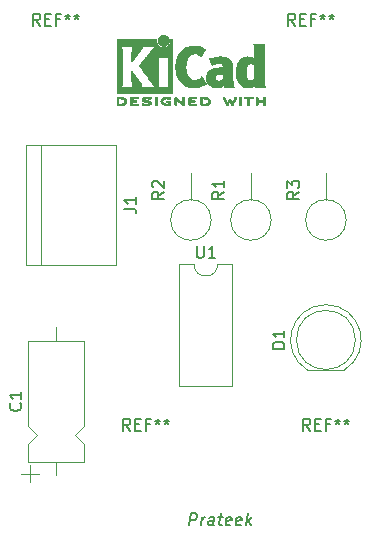
<source format=gbr>
%TF.GenerationSoftware,KiCad,Pcbnew,5.1.9-73d0e3b20d~88~ubuntu20.04.1*%
%TF.CreationDate,2021-02-11T17:45:22+05:30*%
%TF.ProjectId,Design your own Circuit Boards using Kicad Part 1 (FREE software),44657369-676e-4207-996f-7572206f776e,rev?*%
%TF.SameCoordinates,Original*%
%TF.FileFunction,Legend,Top*%
%TF.FilePolarity,Positive*%
%FSLAX46Y46*%
G04 Gerber Fmt 4.6, Leading zero omitted, Abs format (unit mm)*
G04 Created by KiCad (PCBNEW 5.1.9-73d0e3b20d~88~ubuntu20.04.1) date 2021-02-11 17:45:22*
%MOMM*%
%LPD*%
G01*
G04 APERTURE LIST*
%ADD10C,0.150000*%
%ADD11C,0.010000*%
%ADD12C,0.120000*%
G04 APERTURE END LIST*
D10*
X64638586Y-119832380D02*
X64763586Y-118832380D01*
X65144538Y-118832380D01*
X65233824Y-118880000D01*
X65275491Y-118927619D01*
X65311205Y-119022857D01*
X65293348Y-119165714D01*
X65233824Y-119260952D01*
X65180252Y-119308571D01*
X65079062Y-119356190D01*
X64698110Y-119356190D01*
X65638586Y-119832380D02*
X65721919Y-119165714D01*
X65698110Y-119356190D02*
X65757633Y-119260952D01*
X65811205Y-119213333D01*
X65912395Y-119165714D01*
X66007633Y-119165714D01*
X66686205Y-119832380D02*
X66751681Y-119308571D01*
X66715967Y-119213333D01*
X66626681Y-119165714D01*
X66436205Y-119165714D01*
X66335014Y-119213333D01*
X66692157Y-119784761D02*
X66590967Y-119832380D01*
X66352872Y-119832380D01*
X66263586Y-119784761D01*
X66227872Y-119689523D01*
X66239776Y-119594285D01*
X66299300Y-119499047D01*
X66400491Y-119451428D01*
X66638586Y-119451428D01*
X66739776Y-119403809D01*
X67102872Y-119165714D02*
X67483824Y-119165714D01*
X67287395Y-118832380D02*
X67180252Y-119689523D01*
X67215967Y-119784761D01*
X67305252Y-119832380D01*
X67400491Y-119832380D01*
X68120729Y-119784761D02*
X68019538Y-119832380D01*
X67829062Y-119832380D01*
X67739776Y-119784761D01*
X67704062Y-119689523D01*
X67751681Y-119308571D01*
X67811205Y-119213333D01*
X67912395Y-119165714D01*
X68102872Y-119165714D01*
X68192157Y-119213333D01*
X68227872Y-119308571D01*
X68215967Y-119403809D01*
X67727872Y-119499047D01*
X68977872Y-119784761D02*
X68876681Y-119832380D01*
X68686205Y-119832380D01*
X68596919Y-119784761D01*
X68561205Y-119689523D01*
X68608824Y-119308571D01*
X68668348Y-119213333D01*
X68769538Y-119165714D01*
X68960014Y-119165714D01*
X69049300Y-119213333D01*
X69085014Y-119308571D01*
X69073110Y-119403809D01*
X68585014Y-119499047D01*
X69448110Y-119832380D02*
X69573110Y-118832380D01*
X69590967Y-119451428D02*
X69829062Y-119832380D01*
X69912395Y-119165714D02*
X69483824Y-119546666D01*
D11*
%TO.C,REF\u002A\u002A*%
G36*
X61823600Y-78769054D02*
G01*
X61834465Y-78882993D01*
X61866082Y-78990616D01*
X61916985Y-79089615D01*
X61985707Y-79177684D01*
X62070781Y-79252516D01*
X62167768Y-79310384D01*
X62274036Y-79350005D01*
X62381050Y-79368573D01*
X62486700Y-79367434D01*
X62588875Y-79347930D01*
X62685466Y-79311406D01*
X62774362Y-79259205D01*
X62853454Y-79192673D01*
X62920631Y-79113152D01*
X62973783Y-79021987D01*
X63010801Y-78920523D01*
X63029573Y-78810102D01*
X63031511Y-78760206D01*
X63031511Y-78672267D01*
X63083440Y-78672267D01*
X63119747Y-78675111D01*
X63146645Y-78686911D01*
X63173751Y-78710649D01*
X63212133Y-78749031D01*
X63212133Y-80940602D01*
X63212124Y-81202739D01*
X63212092Y-81443241D01*
X63212028Y-81663048D01*
X63211924Y-81863101D01*
X63211773Y-82044344D01*
X63211566Y-82207716D01*
X63211294Y-82354160D01*
X63210950Y-82484617D01*
X63210526Y-82600029D01*
X63210013Y-82701338D01*
X63209403Y-82789484D01*
X63208688Y-82865410D01*
X63207860Y-82930057D01*
X63206911Y-82984367D01*
X63205833Y-83029280D01*
X63204617Y-83065740D01*
X63203255Y-83094687D01*
X63201739Y-83117063D01*
X63200062Y-83133809D01*
X63198214Y-83145868D01*
X63196187Y-83154180D01*
X63193975Y-83159687D01*
X63192892Y-83161537D01*
X63188729Y-83168549D01*
X63185195Y-83174996D01*
X63181365Y-83180900D01*
X63176318Y-83186286D01*
X63169129Y-83191178D01*
X63158877Y-83195598D01*
X63144636Y-83199572D01*
X63125486Y-83203121D01*
X63100501Y-83206270D01*
X63068760Y-83209042D01*
X63029338Y-83211461D01*
X62981314Y-83213551D01*
X62923763Y-83215335D01*
X62855763Y-83216837D01*
X62776390Y-83218080D01*
X62684721Y-83219089D01*
X62579834Y-83219885D01*
X62460804Y-83220494D01*
X62326710Y-83220939D01*
X62176627Y-83221243D01*
X62009633Y-83221430D01*
X61824804Y-83221524D01*
X61621217Y-83221548D01*
X61397950Y-83221525D01*
X61154078Y-83221480D01*
X60888679Y-83221437D01*
X60850296Y-83221432D01*
X60583318Y-83221389D01*
X60337998Y-83221318D01*
X60113417Y-83221213D01*
X59908655Y-83221066D01*
X59722794Y-83220869D01*
X59554912Y-83220616D01*
X59404092Y-83220300D01*
X59269413Y-83219913D01*
X59149956Y-83219447D01*
X59044801Y-83218897D01*
X58953029Y-83218253D01*
X58873721Y-83217511D01*
X58805957Y-83216661D01*
X58748818Y-83215697D01*
X58701383Y-83214611D01*
X58662734Y-83213397D01*
X58631951Y-83212047D01*
X58608115Y-83210555D01*
X58590306Y-83208911D01*
X58577605Y-83207111D01*
X58569092Y-83205145D01*
X58564734Y-83203477D01*
X58556272Y-83199906D01*
X58548503Y-83197270D01*
X58541398Y-83194634D01*
X58534927Y-83191062D01*
X58529061Y-83185621D01*
X58523771Y-83177375D01*
X58519026Y-83165390D01*
X58514798Y-83148731D01*
X58511057Y-83126463D01*
X58507773Y-83097652D01*
X58504917Y-83061363D01*
X58502460Y-83016661D01*
X58500371Y-82962611D01*
X58498622Y-82898279D01*
X58497183Y-82822730D01*
X58496024Y-82735030D01*
X58495117Y-82634243D01*
X58494431Y-82519434D01*
X58493937Y-82389670D01*
X58493605Y-82244015D01*
X58493407Y-82081535D01*
X58493313Y-81901295D01*
X58493292Y-81702360D01*
X58493315Y-81483796D01*
X58493354Y-81244668D01*
X58493378Y-80984040D01*
X58493378Y-80941889D01*
X58493364Y-80678992D01*
X58493339Y-80437732D01*
X58493329Y-80217165D01*
X58493358Y-80016352D01*
X58493452Y-79834349D01*
X58493638Y-79670216D01*
X58493941Y-79523011D01*
X58494386Y-79391792D01*
X58494966Y-79281867D01*
X58797803Y-79281867D01*
X58837593Y-79339711D01*
X58848764Y-79355479D01*
X58858834Y-79369441D01*
X58867862Y-79382784D01*
X58875903Y-79396693D01*
X58883014Y-79412356D01*
X58889253Y-79430958D01*
X58894675Y-79453686D01*
X58899338Y-79481727D01*
X58903299Y-79516267D01*
X58906615Y-79558492D01*
X58909341Y-79609589D01*
X58911536Y-79670744D01*
X58913255Y-79743144D01*
X58914556Y-79827975D01*
X58915495Y-79926422D01*
X58916130Y-80039674D01*
X58916516Y-80168916D01*
X58916712Y-80315334D01*
X58916773Y-80480116D01*
X58916757Y-80664447D01*
X58916720Y-80869513D01*
X58916711Y-80992133D01*
X58916735Y-81209082D01*
X58916769Y-81404642D01*
X58916757Y-81579999D01*
X58916642Y-81736341D01*
X58916370Y-81874857D01*
X58915882Y-81996734D01*
X58915124Y-82103160D01*
X58914038Y-82195322D01*
X58912569Y-82274409D01*
X58910660Y-82341608D01*
X58908256Y-82398107D01*
X58905299Y-82445093D01*
X58901734Y-82483755D01*
X58897505Y-82515280D01*
X58892554Y-82540855D01*
X58886827Y-82561670D01*
X58880267Y-82578911D01*
X58872817Y-82593765D01*
X58864421Y-82607422D01*
X58855024Y-82621069D01*
X58844568Y-82635893D01*
X58838477Y-82644783D01*
X58799704Y-82702400D01*
X59331268Y-82702400D01*
X59454517Y-82702365D01*
X59557013Y-82702215D01*
X59640580Y-82701878D01*
X59707044Y-82701286D01*
X59758229Y-82700367D01*
X59795959Y-82699051D01*
X59822060Y-82697269D01*
X59838356Y-82694951D01*
X59846672Y-82692026D01*
X59848832Y-82688424D01*
X59846661Y-82684075D01*
X59845465Y-82682645D01*
X59820315Y-82645573D01*
X59794417Y-82592772D01*
X59770808Y-82530770D01*
X59762539Y-82504357D01*
X59757922Y-82486416D01*
X59754021Y-82465355D01*
X59750752Y-82439089D01*
X59748034Y-82405532D01*
X59745785Y-82362599D01*
X59743923Y-82308204D01*
X59742364Y-82240262D01*
X59741028Y-82156688D01*
X59739831Y-82055395D01*
X59738692Y-81934300D01*
X59738315Y-81889600D01*
X59737298Y-81764449D01*
X59736540Y-81660082D01*
X59736097Y-81574707D01*
X59736030Y-81506533D01*
X59736395Y-81453765D01*
X59737252Y-81414614D01*
X59738659Y-81387285D01*
X59740675Y-81369986D01*
X59743357Y-81360926D01*
X59746764Y-81358312D01*
X59750956Y-81360351D01*
X59755429Y-81364667D01*
X59765784Y-81377602D01*
X59787842Y-81406676D01*
X59820043Y-81449759D01*
X59860826Y-81504718D01*
X59908630Y-81569423D01*
X59961895Y-81641742D01*
X60019060Y-81719544D01*
X60078563Y-81800698D01*
X60138845Y-81883072D01*
X60198345Y-81964536D01*
X60255502Y-82042957D01*
X60308755Y-82116204D01*
X60356543Y-82182147D01*
X60397307Y-82238654D01*
X60429484Y-82283593D01*
X60451515Y-82314834D01*
X60456083Y-82321466D01*
X60479004Y-82358369D01*
X60505812Y-82406359D01*
X60531211Y-82455897D01*
X60534432Y-82462577D01*
X60556110Y-82510772D01*
X60568696Y-82548334D01*
X60574426Y-82584160D01*
X60575544Y-82626200D01*
X60574910Y-82702400D01*
X61729349Y-82702400D01*
X61638185Y-82608669D01*
X61591388Y-82558775D01*
X61541101Y-82502295D01*
X61495056Y-82448026D01*
X61474631Y-82422673D01*
X61444193Y-82383128D01*
X61404138Y-82329916D01*
X61355639Y-82264667D01*
X61299865Y-82189011D01*
X61237989Y-82104577D01*
X61171181Y-82012994D01*
X61100613Y-81915892D01*
X61027455Y-81814901D01*
X60952879Y-81711650D01*
X60878056Y-81607768D01*
X60804157Y-81504885D01*
X60732354Y-81404631D01*
X60663816Y-81308636D01*
X60599716Y-81218527D01*
X60541225Y-81135936D01*
X60489514Y-81062492D01*
X60445753Y-80999824D01*
X60411115Y-80949561D01*
X60386770Y-80913334D01*
X60373889Y-80892771D01*
X60372131Y-80888668D01*
X60380090Y-80877342D01*
X60400885Y-80850162D01*
X60433153Y-80808829D01*
X60475530Y-80755044D01*
X60526653Y-80690506D01*
X60585159Y-80616918D01*
X60649686Y-80535978D01*
X60718869Y-80449388D01*
X60791347Y-80358848D01*
X60865754Y-80266060D01*
X60925483Y-80191702D01*
X61936489Y-80191702D01*
X61942398Y-80204659D01*
X61956728Y-80226908D01*
X61957775Y-80228391D01*
X61976562Y-80258544D01*
X61996209Y-80295375D01*
X62000108Y-80303511D01*
X62003644Y-80311940D01*
X62006770Y-80322059D01*
X62009514Y-80335260D01*
X62011908Y-80352938D01*
X62013981Y-80376484D01*
X62015765Y-80407293D01*
X62017288Y-80446757D01*
X62018581Y-80496269D01*
X62019674Y-80557223D01*
X62020597Y-80631011D01*
X62021381Y-80719028D01*
X62022055Y-80822665D01*
X62022650Y-80943316D01*
X62023195Y-81082374D01*
X62023721Y-81241232D01*
X62024255Y-81420089D01*
X62024794Y-81605207D01*
X62025228Y-81769145D01*
X62025491Y-81913303D01*
X62025516Y-82039079D01*
X62025235Y-82147871D01*
X62024581Y-82241077D01*
X62023486Y-82320097D01*
X62021882Y-82386328D01*
X62019703Y-82441170D01*
X62016881Y-82486021D01*
X62013349Y-82522278D01*
X62009039Y-82551341D01*
X62003883Y-82574609D01*
X61997815Y-82593479D01*
X61990767Y-82609351D01*
X61982671Y-82623622D01*
X61973460Y-82637691D01*
X61964960Y-82650158D01*
X61947824Y-82676452D01*
X61937678Y-82694037D01*
X61936489Y-82697257D01*
X61947396Y-82698334D01*
X61978589Y-82699335D01*
X62027777Y-82700235D01*
X62092667Y-82701010D01*
X62170970Y-82701637D01*
X62260393Y-82702091D01*
X62358644Y-82702349D01*
X62427555Y-82702400D01*
X62532548Y-82702180D01*
X62629390Y-82701548D01*
X62715893Y-82700549D01*
X62789868Y-82699227D01*
X62849126Y-82697626D01*
X62891480Y-82695791D01*
X62914740Y-82693765D01*
X62918622Y-82692493D01*
X62910924Y-82677591D01*
X62902926Y-82669560D01*
X62889754Y-82652434D01*
X62872515Y-82622183D01*
X62860593Y-82597622D01*
X62833955Y-82538711D01*
X62830880Y-81361845D01*
X62827805Y-80184978D01*
X62382147Y-80184978D01*
X62284330Y-80185142D01*
X62193936Y-80185611D01*
X62113370Y-80186347D01*
X62045038Y-80187316D01*
X61991344Y-80188480D01*
X61954695Y-80189803D01*
X61937496Y-80191249D01*
X61936489Y-80191702D01*
X60925483Y-80191702D01*
X60940730Y-80172722D01*
X61014910Y-80080537D01*
X61086931Y-79991204D01*
X61155431Y-79906424D01*
X61219045Y-79827898D01*
X61276412Y-79757326D01*
X61326167Y-79696409D01*
X61366948Y-79646847D01*
X61384112Y-79626178D01*
X61470404Y-79525516D01*
X61547003Y-79442259D01*
X61615817Y-79374438D01*
X61678752Y-79320089D01*
X61688133Y-79312722D01*
X61727644Y-79282117D01*
X60595884Y-79281867D01*
X60601173Y-79329844D01*
X60597870Y-79387188D01*
X60576339Y-79455463D01*
X60536365Y-79535212D01*
X60491057Y-79607495D01*
X60474839Y-79630140D01*
X60446786Y-79667696D01*
X60408570Y-79718021D01*
X60361863Y-79778973D01*
X60308339Y-79848411D01*
X60249669Y-79924194D01*
X60187525Y-80004180D01*
X60123579Y-80086228D01*
X60059505Y-80168196D01*
X59996973Y-80247943D01*
X59937657Y-80323327D01*
X59883229Y-80392207D01*
X59835361Y-80452442D01*
X59795725Y-80501889D01*
X59765994Y-80538408D01*
X59747839Y-80559858D01*
X59744780Y-80563156D01*
X59741921Y-80555149D01*
X59739707Y-80524855D01*
X59738143Y-80472556D01*
X59737233Y-80398531D01*
X59736980Y-80303063D01*
X59737387Y-80186434D01*
X59738296Y-80066445D01*
X59739618Y-79934333D01*
X59741143Y-79822594D01*
X59743119Y-79729025D01*
X59745794Y-79651419D01*
X59749418Y-79587574D01*
X59754239Y-79535283D01*
X59760506Y-79492344D01*
X59768468Y-79456551D01*
X59778373Y-79425700D01*
X59790469Y-79397586D01*
X59805007Y-79370005D01*
X59819689Y-79344966D01*
X59857686Y-79281867D01*
X58797803Y-79281867D01*
X58494966Y-79281867D01*
X58494999Y-79275617D01*
X58495805Y-79173544D01*
X58496830Y-79084633D01*
X58498100Y-79007941D01*
X58499640Y-78942527D01*
X58501476Y-78887449D01*
X58503633Y-78841765D01*
X58506137Y-78804534D01*
X58509013Y-78774813D01*
X58512287Y-78751662D01*
X58515985Y-78734139D01*
X58520131Y-78721301D01*
X58524753Y-78712208D01*
X58529874Y-78705918D01*
X58535522Y-78701488D01*
X58541721Y-78697978D01*
X58548496Y-78694445D01*
X58554492Y-78690876D01*
X58559725Y-78688300D01*
X58567901Y-78685972D01*
X58580114Y-78683878D01*
X58597459Y-78682007D01*
X58621031Y-78680347D01*
X58651923Y-78678884D01*
X58691232Y-78677608D01*
X58740050Y-78676504D01*
X58799473Y-78675561D01*
X58870596Y-78674767D01*
X58954512Y-78674109D01*
X59052317Y-78673575D01*
X59165106Y-78673153D01*
X59293971Y-78672829D01*
X59440009Y-78672592D01*
X59604314Y-78672430D01*
X59787980Y-78672330D01*
X59992103Y-78672280D01*
X60203247Y-78672267D01*
X61823600Y-78672267D01*
X61823600Y-78769054D01*
G37*
X61823600Y-78769054D02*
X61834465Y-78882993D01*
X61866082Y-78990616D01*
X61916985Y-79089615D01*
X61985707Y-79177684D01*
X62070781Y-79252516D01*
X62167768Y-79310384D01*
X62274036Y-79350005D01*
X62381050Y-79368573D01*
X62486700Y-79367434D01*
X62588875Y-79347930D01*
X62685466Y-79311406D01*
X62774362Y-79259205D01*
X62853454Y-79192673D01*
X62920631Y-79113152D01*
X62973783Y-79021987D01*
X63010801Y-78920523D01*
X63029573Y-78810102D01*
X63031511Y-78760206D01*
X63031511Y-78672267D01*
X63083440Y-78672267D01*
X63119747Y-78675111D01*
X63146645Y-78686911D01*
X63173751Y-78710649D01*
X63212133Y-78749031D01*
X63212133Y-80940602D01*
X63212124Y-81202739D01*
X63212092Y-81443241D01*
X63212028Y-81663048D01*
X63211924Y-81863101D01*
X63211773Y-82044344D01*
X63211566Y-82207716D01*
X63211294Y-82354160D01*
X63210950Y-82484617D01*
X63210526Y-82600029D01*
X63210013Y-82701338D01*
X63209403Y-82789484D01*
X63208688Y-82865410D01*
X63207860Y-82930057D01*
X63206911Y-82984367D01*
X63205833Y-83029280D01*
X63204617Y-83065740D01*
X63203255Y-83094687D01*
X63201739Y-83117063D01*
X63200062Y-83133809D01*
X63198214Y-83145868D01*
X63196187Y-83154180D01*
X63193975Y-83159687D01*
X63192892Y-83161537D01*
X63188729Y-83168549D01*
X63185195Y-83174996D01*
X63181365Y-83180900D01*
X63176318Y-83186286D01*
X63169129Y-83191178D01*
X63158877Y-83195598D01*
X63144636Y-83199572D01*
X63125486Y-83203121D01*
X63100501Y-83206270D01*
X63068760Y-83209042D01*
X63029338Y-83211461D01*
X62981314Y-83213551D01*
X62923763Y-83215335D01*
X62855763Y-83216837D01*
X62776390Y-83218080D01*
X62684721Y-83219089D01*
X62579834Y-83219885D01*
X62460804Y-83220494D01*
X62326710Y-83220939D01*
X62176627Y-83221243D01*
X62009633Y-83221430D01*
X61824804Y-83221524D01*
X61621217Y-83221548D01*
X61397950Y-83221525D01*
X61154078Y-83221480D01*
X60888679Y-83221437D01*
X60850296Y-83221432D01*
X60583318Y-83221389D01*
X60337998Y-83221318D01*
X60113417Y-83221213D01*
X59908655Y-83221066D01*
X59722794Y-83220869D01*
X59554912Y-83220616D01*
X59404092Y-83220300D01*
X59269413Y-83219913D01*
X59149956Y-83219447D01*
X59044801Y-83218897D01*
X58953029Y-83218253D01*
X58873721Y-83217511D01*
X58805957Y-83216661D01*
X58748818Y-83215697D01*
X58701383Y-83214611D01*
X58662734Y-83213397D01*
X58631951Y-83212047D01*
X58608115Y-83210555D01*
X58590306Y-83208911D01*
X58577605Y-83207111D01*
X58569092Y-83205145D01*
X58564734Y-83203477D01*
X58556272Y-83199906D01*
X58548503Y-83197270D01*
X58541398Y-83194634D01*
X58534927Y-83191062D01*
X58529061Y-83185621D01*
X58523771Y-83177375D01*
X58519026Y-83165390D01*
X58514798Y-83148731D01*
X58511057Y-83126463D01*
X58507773Y-83097652D01*
X58504917Y-83061363D01*
X58502460Y-83016661D01*
X58500371Y-82962611D01*
X58498622Y-82898279D01*
X58497183Y-82822730D01*
X58496024Y-82735030D01*
X58495117Y-82634243D01*
X58494431Y-82519434D01*
X58493937Y-82389670D01*
X58493605Y-82244015D01*
X58493407Y-82081535D01*
X58493313Y-81901295D01*
X58493292Y-81702360D01*
X58493315Y-81483796D01*
X58493354Y-81244668D01*
X58493378Y-80984040D01*
X58493378Y-80941889D01*
X58493364Y-80678992D01*
X58493339Y-80437732D01*
X58493329Y-80217165D01*
X58493358Y-80016352D01*
X58493452Y-79834349D01*
X58493638Y-79670216D01*
X58493941Y-79523011D01*
X58494386Y-79391792D01*
X58494966Y-79281867D01*
X58797803Y-79281867D01*
X58837593Y-79339711D01*
X58848764Y-79355479D01*
X58858834Y-79369441D01*
X58867862Y-79382784D01*
X58875903Y-79396693D01*
X58883014Y-79412356D01*
X58889253Y-79430958D01*
X58894675Y-79453686D01*
X58899338Y-79481727D01*
X58903299Y-79516267D01*
X58906615Y-79558492D01*
X58909341Y-79609589D01*
X58911536Y-79670744D01*
X58913255Y-79743144D01*
X58914556Y-79827975D01*
X58915495Y-79926422D01*
X58916130Y-80039674D01*
X58916516Y-80168916D01*
X58916712Y-80315334D01*
X58916773Y-80480116D01*
X58916757Y-80664447D01*
X58916720Y-80869513D01*
X58916711Y-80992133D01*
X58916735Y-81209082D01*
X58916769Y-81404642D01*
X58916757Y-81579999D01*
X58916642Y-81736341D01*
X58916370Y-81874857D01*
X58915882Y-81996734D01*
X58915124Y-82103160D01*
X58914038Y-82195322D01*
X58912569Y-82274409D01*
X58910660Y-82341608D01*
X58908256Y-82398107D01*
X58905299Y-82445093D01*
X58901734Y-82483755D01*
X58897505Y-82515280D01*
X58892554Y-82540855D01*
X58886827Y-82561670D01*
X58880267Y-82578911D01*
X58872817Y-82593765D01*
X58864421Y-82607422D01*
X58855024Y-82621069D01*
X58844568Y-82635893D01*
X58838477Y-82644783D01*
X58799704Y-82702400D01*
X59331268Y-82702400D01*
X59454517Y-82702365D01*
X59557013Y-82702215D01*
X59640580Y-82701878D01*
X59707044Y-82701286D01*
X59758229Y-82700367D01*
X59795959Y-82699051D01*
X59822060Y-82697269D01*
X59838356Y-82694951D01*
X59846672Y-82692026D01*
X59848832Y-82688424D01*
X59846661Y-82684075D01*
X59845465Y-82682645D01*
X59820315Y-82645573D01*
X59794417Y-82592772D01*
X59770808Y-82530770D01*
X59762539Y-82504357D01*
X59757922Y-82486416D01*
X59754021Y-82465355D01*
X59750752Y-82439089D01*
X59748034Y-82405532D01*
X59745785Y-82362599D01*
X59743923Y-82308204D01*
X59742364Y-82240262D01*
X59741028Y-82156688D01*
X59739831Y-82055395D01*
X59738692Y-81934300D01*
X59738315Y-81889600D01*
X59737298Y-81764449D01*
X59736540Y-81660082D01*
X59736097Y-81574707D01*
X59736030Y-81506533D01*
X59736395Y-81453765D01*
X59737252Y-81414614D01*
X59738659Y-81387285D01*
X59740675Y-81369986D01*
X59743357Y-81360926D01*
X59746764Y-81358312D01*
X59750956Y-81360351D01*
X59755429Y-81364667D01*
X59765784Y-81377602D01*
X59787842Y-81406676D01*
X59820043Y-81449759D01*
X59860826Y-81504718D01*
X59908630Y-81569423D01*
X59961895Y-81641742D01*
X60019060Y-81719544D01*
X60078563Y-81800698D01*
X60138845Y-81883072D01*
X60198345Y-81964536D01*
X60255502Y-82042957D01*
X60308755Y-82116204D01*
X60356543Y-82182147D01*
X60397307Y-82238654D01*
X60429484Y-82283593D01*
X60451515Y-82314834D01*
X60456083Y-82321466D01*
X60479004Y-82358369D01*
X60505812Y-82406359D01*
X60531211Y-82455897D01*
X60534432Y-82462577D01*
X60556110Y-82510772D01*
X60568696Y-82548334D01*
X60574426Y-82584160D01*
X60575544Y-82626200D01*
X60574910Y-82702400D01*
X61729349Y-82702400D01*
X61638185Y-82608669D01*
X61591388Y-82558775D01*
X61541101Y-82502295D01*
X61495056Y-82448026D01*
X61474631Y-82422673D01*
X61444193Y-82383128D01*
X61404138Y-82329916D01*
X61355639Y-82264667D01*
X61299865Y-82189011D01*
X61237989Y-82104577D01*
X61171181Y-82012994D01*
X61100613Y-81915892D01*
X61027455Y-81814901D01*
X60952879Y-81711650D01*
X60878056Y-81607768D01*
X60804157Y-81504885D01*
X60732354Y-81404631D01*
X60663816Y-81308636D01*
X60599716Y-81218527D01*
X60541225Y-81135936D01*
X60489514Y-81062492D01*
X60445753Y-80999824D01*
X60411115Y-80949561D01*
X60386770Y-80913334D01*
X60373889Y-80892771D01*
X60372131Y-80888668D01*
X60380090Y-80877342D01*
X60400885Y-80850162D01*
X60433153Y-80808829D01*
X60475530Y-80755044D01*
X60526653Y-80690506D01*
X60585159Y-80616918D01*
X60649686Y-80535978D01*
X60718869Y-80449388D01*
X60791347Y-80358848D01*
X60865754Y-80266060D01*
X60925483Y-80191702D01*
X61936489Y-80191702D01*
X61942398Y-80204659D01*
X61956728Y-80226908D01*
X61957775Y-80228391D01*
X61976562Y-80258544D01*
X61996209Y-80295375D01*
X62000108Y-80303511D01*
X62003644Y-80311940D01*
X62006770Y-80322059D01*
X62009514Y-80335260D01*
X62011908Y-80352938D01*
X62013981Y-80376484D01*
X62015765Y-80407293D01*
X62017288Y-80446757D01*
X62018581Y-80496269D01*
X62019674Y-80557223D01*
X62020597Y-80631011D01*
X62021381Y-80719028D01*
X62022055Y-80822665D01*
X62022650Y-80943316D01*
X62023195Y-81082374D01*
X62023721Y-81241232D01*
X62024255Y-81420089D01*
X62024794Y-81605207D01*
X62025228Y-81769145D01*
X62025491Y-81913303D01*
X62025516Y-82039079D01*
X62025235Y-82147871D01*
X62024581Y-82241077D01*
X62023486Y-82320097D01*
X62021882Y-82386328D01*
X62019703Y-82441170D01*
X62016881Y-82486021D01*
X62013349Y-82522278D01*
X62009039Y-82551341D01*
X62003883Y-82574609D01*
X61997815Y-82593479D01*
X61990767Y-82609351D01*
X61982671Y-82623622D01*
X61973460Y-82637691D01*
X61964960Y-82650158D01*
X61947824Y-82676452D01*
X61937678Y-82694037D01*
X61936489Y-82697257D01*
X61947396Y-82698334D01*
X61978589Y-82699335D01*
X62027777Y-82700235D01*
X62092667Y-82701010D01*
X62170970Y-82701637D01*
X62260393Y-82702091D01*
X62358644Y-82702349D01*
X62427555Y-82702400D01*
X62532548Y-82702180D01*
X62629390Y-82701548D01*
X62715893Y-82700549D01*
X62789868Y-82699227D01*
X62849126Y-82697626D01*
X62891480Y-82695791D01*
X62914740Y-82693765D01*
X62918622Y-82692493D01*
X62910924Y-82677591D01*
X62902926Y-82669560D01*
X62889754Y-82652434D01*
X62872515Y-82622183D01*
X62860593Y-82597622D01*
X62833955Y-82538711D01*
X62830880Y-81361845D01*
X62827805Y-80184978D01*
X62382147Y-80184978D01*
X62284330Y-80185142D01*
X62193936Y-80185611D01*
X62113370Y-80186347D01*
X62045038Y-80187316D01*
X61991344Y-80188480D01*
X61954695Y-80189803D01*
X61937496Y-80191249D01*
X61936489Y-80191702D01*
X60925483Y-80191702D01*
X60940730Y-80172722D01*
X61014910Y-80080537D01*
X61086931Y-79991204D01*
X61155431Y-79906424D01*
X61219045Y-79827898D01*
X61276412Y-79757326D01*
X61326167Y-79696409D01*
X61366948Y-79646847D01*
X61384112Y-79626178D01*
X61470404Y-79525516D01*
X61547003Y-79442259D01*
X61615817Y-79374438D01*
X61678752Y-79320089D01*
X61688133Y-79312722D01*
X61727644Y-79282117D01*
X60595884Y-79281867D01*
X60601173Y-79329844D01*
X60597870Y-79387188D01*
X60576339Y-79455463D01*
X60536365Y-79535212D01*
X60491057Y-79607495D01*
X60474839Y-79630140D01*
X60446786Y-79667696D01*
X60408570Y-79718021D01*
X60361863Y-79778973D01*
X60308339Y-79848411D01*
X60249669Y-79924194D01*
X60187525Y-80004180D01*
X60123579Y-80086228D01*
X60059505Y-80168196D01*
X59996973Y-80247943D01*
X59937657Y-80323327D01*
X59883229Y-80392207D01*
X59835361Y-80452442D01*
X59795725Y-80501889D01*
X59765994Y-80538408D01*
X59747839Y-80559858D01*
X59744780Y-80563156D01*
X59741921Y-80555149D01*
X59739707Y-80524855D01*
X59738143Y-80472556D01*
X59737233Y-80398531D01*
X59736980Y-80303063D01*
X59737387Y-80186434D01*
X59738296Y-80066445D01*
X59739618Y-79934333D01*
X59741143Y-79822594D01*
X59743119Y-79729025D01*
X59745794Y-79651419D01*
X59749418Y-79587574D01*
X59754239Y-79535283D01*
X59760506Y-79492344D01*
X59768468Y-79456551D01*
X59778373Y-79425700D01*
X59790469Y-79397586D01*
X59805007Y-79370005D01*
X59819689Y-79344966D01*
X59857686Y-79281867D01*
X58797803Y-79281867D01*
X58494966Y-79281867D01*
X58494999Y-79275617D01*
X58495805Y-79173544D01*
X58496830Y-79084633D01*
X58498100Y-79007941D01*
X58499640Y-78942527D01*
X58501476Y-78887449D01*
X58503633Y-78841765D01*
X58506137Y-78804534D01*
X58509013Y-78774813D01*
X58512287Y-78751662D01*
X58515985Y-78734139D01*
X58520131Y-78721301D01*
X58524753Y-78712208D01*
X58529874Y-78705918D01*
X58535522Y-78701488D01*
X58541721Y-78697978D01*
X58548496Y-78694445D01*
X58554492Y-78690876D01*
X58559725Y-78688300D01*
X58567901Y-78685972D01*
X58580114Y-78683878D01*
X58597459Y-78682007D01*
X58621031Y-78680347D01*
X58651923Y-78678884D01*
X58691232Y-78677608D01*
X58740050Y-78676504D01*
X58799473Y-78675561D01*
X58870596Y-78674767D01*
X58954512Y-78674109D01*
X59052317Y-78673575D01*
X59165106Y-78673153D01*
X59293971Y-78672829D01*
X59440009Y-78672592D01*
X59604314Y-78672430D01*
X59787980Y-78672330D01*
X59992103Y-78672280D01*
X60203247Y-78672267D01*
X61823600Y-78672267D01*
X61823600Y-78769054D01*
G36*
X65098429Y-79229071D02*
G01*
X65258570Y-79250245D01*
X65422510Y-79290385D01*
X65592313Y-79349889D01*
X65770043Y-79429154D01*
X65781310Y-79434699D01*
X65839005Y-79462725D01*
X65890552Y-79486802D01*
X65932191Y-79505249D01*
X65960162Y-79516386D01*
X65969733Y-79518933D01*
X65988950Y-79523941D01*
X65993561Y-79528147D01*
X65988458Y-79538580D01*
X65972418Y-79564868D01*
X65947288Y-79604257D01*
X65914914Y-79653991D01*
X65877143Y-79711315D01*
X65835822Y-79773476D01*
X65792798Y-79837718D01*
X65749917Y-79901285D01*
X65709026Y-79961425D01*
X65671971Y-80015380D01*
X65640600Y-80060397D01*
X65616759Y-80093721D01*
X65602294Y-80112597D01*
X65600309Y-80114787D01*
X65590191Y-80110138D01*
X65567850Y-80092962D01*
X65537280Y-80066440D01*
X65521536Y-80051964D01*
X65425047Y-79976682D01*
X65318336Y-79921241D01*
X65202832Y-79886141D01*
X65079962Y-79871880D01*
X65010561Y-79873051D01*
X64889423Y-79890212D01*
X64780205Y-79926094D01*
X64682582Y-79980959D01*
X64596228Y-80055070D01*
X64520815Y-80148688D01*
X64456018Y-80262076D01*
X64418601Y-80348667D01*
X64374748Y-80484366D01*
X64342428Y-80631850D01*
X64321557Y-80787314D01*
X64312051Y-80946956D01*
X64313827Y-81106973D01*
X64326803Y-81263561D01*
X64350894Y-81412918D01*
X64386018Y-81551240D01*
X64432092Y-81674724D01*
X64448373Y-81708978D01*
X64516620Y-81823064D01*
X64597079Y-81919557D01*
X64688570Y-81997670D01*
X64789911Y-82056617D01*
X64899920Y-82095612D01*
X65017415Y-82113868D01*
X65058883Y-82115211D01*
X65180441Y-82104290D01*
X65300878Y-82071474D01*
X65418666Y-82017439D01*
X65532277Y-81942865D01*
X65623685Y-81864539D01*
X65670215Y-81820008D01*
X65851483Y-82117271D01*
X65896580Y-82191433D01*
X65937819Y-82259646D01*
X65973735Y-82319459D01*
X66002866Y-82368420D01*
X66023750Y-82404079D01*
X66034924Y-82423984D01*
X66036375Y-82427079D01*
X66028146Y-82436718D01*
X66002567Y-82453999D01*
X65962873Y-82477283D01*
X65912297Y-82504934D01*
X65854074Y-82535315D01*
X65791437Y-82566790D01*
X65727621Y-82597722D01*
X65665860Y-82626473D01*
X65609388Y-82651408D01*
X65561438Y-82670889D01*
X65537986Y-82679318D01*
X65404221Y-82717133D01*
X65266327Y-82742136D01*
X65118622Y-82755140D01*
X64991833Y-82757468D01*
X64923878Y-82756373D01*
X64858277Y-82754275D01*
X64800847Y-82751434D01*
X64757403Y-82748106D01*
X64743298Y-82746422D01*
X64604284Y-82717587D01*
X64462757Y-82672468D01*
X64325275Y-82613750D01*
X64198394Y-82544120D01*
X64120889Y-82491441D01*
X63993481Y-82383239D01*
X63875178Y-82256671D01*
X63768172Y-82114866D01*
X63674652Y-81960951D01*
X63596810Y-81798053D01*
X63552956Y-81680756D01*
X63502708Y-81497128D01*
X63469209Y-81302581D01*
X63452449Y-81101325D01*
X63452416Y-80897568D01*
X63469101Y-80695521D01*
X63502493Y-80499392D01*
X63552580Y-80313391D01*
X63556397Y-80301803D01*
X63619281Y-80139750D01*
X63696028Y-79991832D01*
X63789242Y-79853865D01*
X63901527Y-79721661D01*
X63945392Y-79676399D01*
X64081534Y-79552457D01*
X64221491Y-79449915D01*
X64367411Y-79367656D01*
X64521442Y-79304564D01*
X64685732Y-79259523D01*
X64781289Y-79242033D01*
X64940023Y-79226466D01*
X65098429Y-79229071D01*
G37*
X65098429Y-79229071D02*
X65258570Y-79250245D01*
X65422510Y-79290385D01*
X65592313Y-79349889D01*
X65770043Y-79429154D01*
X65781310Y-79434699D01*
X65839005Y-79462725D01*
X65890552Y-79486802D01*
X65932191Y-79505249D01*
X65960162Y-79516386D01*
X65969733Y-79518933D01*
X65988950Y-79523941D01*
X65993561Y-79528147D01*
X65988458Y-79538580D01*
X65972418Y-79564868D01*
X65947288Y-79604257D01*
X65914914Y-79653991D01*
X65877143Y-79711315D01*
X65835822Y-79773476D01*
X65792798Y-79837718D01*
X65749917Y-79901285D01*
X65709026Y-79961425D01*
X65671971Y-80015380D01*
X65640600Y-80060397D01*
X65616759Y-80093721D01*
X65602294Y-80112597D01*
X65600309Y-80114787D01*
X65590191Y-80110138D01*
X65567850Y-80092962D01*
X65537280Y-80066440D01*
X65521536Y-80051964D01*
X65425047Y-79976682D01*
X65318336Y-79921241D01*
X65202832Y-79886141D01*
X65079962Y-79871880D01*
X65010561Y-79873051D01*
X64889423Y-79890212D01*
X64780205Y-79926094D01*
X64682582Y-79980959D01*
X64596228Y-80055070D01*
X64520815Y-80148688D01*
X64456018Y-80262076D01*
X64418601Y-80348667D01*
X64374748Y-80484366D01*
X64342428Y-80631850D01*
X64321557Y-80787314D01*
X64312051Y-80946956D01*
X64313827Y-81106973D01*
X64326803Y-81263561D01*
X64350894Y-81412918D01*
X64386018Y-81551240D01*
X64432092Y-81674724D01*
X64448373Y-81708978D01*
X64516620Y-81823064D01*
X64597079Y-81919557D01*
X64688570Y-81997670D01*
X64789911Y-82056617D01*
X64899920Y-82095612D01*
X65017415Y-82113868D01*
X65058883Y-82115211D01*
X65180441Y-82104290D01*
X65300878Y-82071474D01*
X65418666Y-82017439D01*
X65532277Y-81942865D01*
X65623685Y-81864539D01*
X65670215Y-81820008D01*
X65851483Y-82117271D01*
X65896580Y-82191433D01*
X65937819Y-82259646D01*
X65973735Y-82319459D01*
X66002866Y-82368420D01*
X66023750Y-82404079D01*
X66034924Y-82423984D01*
X66036375Y-82427079D01*
X66028146Y-82436718D01*
X66002567Y-82453999D01*
X65962873Y-82477283D01*
X65912297Y-82504934D01*
X65854074Y-82535315D01*
X65791437Y-82566790D01*
X65727621Y-82597722D01*
X65665860Y-82626473D01*
X65609388Y-82651408D01*
X65561438Y-82670889D01*
X65537986Y-82679318D01*
X65404221Y-82717133D01*
X65266327Y-82742136D01*
X65118622Y-82755140D01*
X64991833Y-82757468D01*
X64923878Y-82756373D01*
X64858277Y-82754275D01*
X64800847Y-82751434D01*
X64757403Y-82748106D01*
X64743298Y-82746422D01*
X64604284Y-82717587D01*
X64462757Y-82672468D01*
X64325275Y-82613750D01*
X64198394Y-82544120D01*
X64120889Y-82491441D01*
X63993481Y-82383239D01*
X63875178Y-82256671D01*
X63768172Y-82114866D01*
X63674652Y-81960951D01*
X63596810Y-81798053D01*
X63552956Y-81680756D01*
X63502708Y-81497128D01*
X63469209Y-81302581D01*
X63452449Y-81101325D01*
X63452416Y-80897568D01*
X63469101Y-80695521D01*
X63502493Y-80499392D01*
X63552580Y-80313391D01*
X63556397Y-80301803D01*
X63619281Y-80139750D01*
X63696028Y-79991832D01*
X63789242Y-79853865D01*
X63901527Y-79721661D01*
X63945392Y-79676399D01*
X64081534Y-79552457D01*
X64221491Y-79449915D01*
X64367411Y-79367656D01*
X64521442Y-79304564D01*
X64685732Y-79259523D01*
X64781289Y-79242033D01*
X64940023Y-79226466D01*
X65098429Y-79229071D01*
G36*
X67443574Y-80146552D02*
G01*
X67595492Y-80166567D01*
X67730756Y-80200202D01*
X67850239Y-80247725D01*
X67954815Y-80309405D01*
X68032424Y-80372965D01*
X68101265Y-80447099D01*
X68155006Y-80526871D01*
X68197910Y-80619091D01*
X68213384Y-80662161D01*
X68226244Y-80701142D01*
X68237446Y-80737289D01*
X68247120Y-80772434D01*
X68255396Y-80808410D01*
X68262403Y-80847050D01*
X68268272Y-80890185D01*
X68273131Y-80939649D01*
X68277110Y-80997273D01*
X68280340Y-81064891D01*
X68282949Y-81144334D01*
X68285067Y-81237436D01*
X68286824Y-81346027D01*
X68288349Y-81471942D01*
X68289772Y-81617012D01*
X68291025Y-81759778D01*
X68292351Y-81915968D01*
X68293556Y-82051239D01*
X68294766Y-82167246D01*
X68296106Y-82265645D01*
X68297700Y-82348093D01*
X68299675Y-82416246D01*
X68302156Y-82471760D01*
X68305269Y-82516292D01*
X68309138Y-82551498D01*
X68313889Y-82579034D01*
X68319648Y-82600556D01*
X68326539Y-82617722D01*
X68334689Y-82632186D01*
X68344223Y-82645606D01*
X68355266Y-82659638D01*
X68359566Y-82665071D01*
X68375386Y-82687910D01*
X68382422Y-82703463D01*
X68382444Y-82703922D01*
X68371567Y-82706121D01*
X68340582Y-82708147D01*
X68291957Y-82709942D01*
X68228163Y-82711451D01*
X68151669Y-82712616D01*
X68064944Y-82713380D01*
X67970457Y-82713686D01*
X67959550Y-82713689D01*
X67536657Y-82713689D01*
X67533395Y-82617622D01*
X67530133Y-82521556D01*
X67468044Y-82572543D01*
X67370714Y-82640057D01*
X67260813Y-82694749D01*
X67174349Y-82724978D01*
X67105278Y-82739666D01*
X67021925Y-82749659D01*
X66932159Y-82754646D01*
X66843845Y-82754313D01*
X66764851Y-82748351D01*
X66728622Y-82742638D01*
X66588603Y-82704776D01*
X66462178Y-82649932D01*
X66350260Y-82578924D01*
X66253762Y-82492568D01*
X66173600Y-82391679D01*
X66110687Y-82277076D01*
X66066312Y-82150984D01*
X66053978Y-82094401D01*
X66046368Y-82032202D01*
X66042739Y-81957363D01*
X66042245Y-81923467D01*
X66042310Y-81920282D01*
X66802248Y-81920282D01*
X66811541Y-81995333D01*
X66839728Y-82059160D01*
X66888197Y-82114798D01*
X66893254Y-82119211D01*
X66941548Y-82154037D01*
X66993257Y-82176620D01*
X67053989Y-82188540D01*
X67129352Y-82191383D01*
X67147459Y-82190978D01*
X67201278Y-82188325D01*
X67241308Y-82182909D01*
X67276324Y-82172745D01*
X67315103Y-82155850D01*
X67325745Y-82150672D01*
X67386396Y-82114844D01*
X67433215Y-82072212D01*
X67445952Y-82056973D01*
X67490622Y-82000462D01*
X67490622Y-81804586D01*
X67490086Y-81725939D01*
X67488396Y-81667988D01*
X67485428Y-81628875D01*
X67481057Y-81606741D01*
X67476972Y-81600274D01*
X67461047Y-81597111D01*
X67427264Y-81594488D01*
X67380340Y-81592655D01*
X67324993Y-81591857D01*
X67316106Y-81591842D01*
X67195330Y-81597096D01*
X67092660Y-81613263D01*
X67006106Y-81640961D01*
X66933681Y-81680808D01*
X66878751Y-81727758D01*
X66834204Y-81785645D01*
X66809480Y-81848693D01*
X66802248Y-81920282D01*
X66042310Y-81920282D01*
X66044178Y-81829712D01*
X66052522Y-81750812D01*
X66068768Y-81679590D01*
X66094405Y-81608864D01*
X66118401Y-81556493D01*
X66177020Y-81461196D01*
X66255117Y-81373170D01*
X66350315Y-81294017D01*
X66460238Y-81225340D01*
X66582510Y-81168741D01*
X66714755Y-81125821D01*
X66779422Y-81110882D01*
X66915604Y-81088777D01*
X67064049Y-81074194D01*
X67215505Y-81067813D01*
X67342064Y-81069445D01*
X67503950Y-81076224D01*
X67496530Y-81017245D01*
X67477238Y-80918092D01*
X67446104Y-80837372D01*
X67402269Y-80774466D01*
X67344871Y-80728756D01*
X67273048Y-80699622D01*
X67185941Y-80686447D01*
X67082686Y-80688611D01*
X67044711Y-80692612D01*
X66903520Y-80717780D01*
X66766707Y-80758814D01*
X66672178Y-80796815D01*
X66627018Y-80816190D01*
X66588585Y-80831760D01*
X66562234Y-80841405D01*
X66554546Y-80843452D01*
X66544802Y-80834374D01*
X66528083Y-80805405D01*
X66504232Y-80756217D01*
X66473093Y-80686484D01*
X66434507Y-80595879D01*
X66427910Y-80580089D01*
X66397853Y-80507772D01*
X66370874Y-80442425D01*
X66348136Y-80386906D01*
X66330806Y-80344072D01*
X66320048Y-80316781D01*
X66316941Y-80307942D01*
X66326940Y-80303187D01*
X66353217Y-80297910D01*
X66381489Y-80294231D01*
X66411646Y-80289474D01*
X66459433Y-80280028D01*
X66520612Y-80266820D01*
X66590946Y-80250776D01*
X66666194Y-80232820D01*
X66694755Y-80225797D01*
X66799816Y-80200209D01*
X66887480Y-80180147D01*
X66962068Y-80164969D01*
X67027903Y-80154035D01*
X67089307Y-80146704D01*
X67150602Y-80142335D01*
X67216110Y-80140287D01*
X67274128Y-80139889D01*
X67443574Y-80146552D01*
G37*
X67443574Y-80146552D02*
X67595492Y-80166567D01*
X67730756Y-80200202D01*
X67850239Y-80247725D01*
X67954815Y-80309405D01*
X68032424Y-80372965D01*
X68101265Y-80447099D01*
X68155006Y-80526871D01*
X68197910Y-80619091D01*
X68213384Y-80662161D01*
X68226244Y-80701142D01*
X68237446Y-80737289D01*
X68247120Y-80772434D01*
X68255396Y-80808410D01*
X68262403Y-80847050D01*
X68268272Y-80890185D01*
X68273131Y-80939649D01*
X68277110Y-80997273D01*
X68280340Y-81064891D01*
X68282949Y-81144334D01*
X68285067Y-81237436D01*
X68286824Y-81346027D01*
X68288349Y-81471942D01*
X68289772Y-81617012D01*
X68291025Y-81759778D01*
X68292351Y-81915968D01*
X68293556Y-82051239D01*
X68294766Y-82167246D01*
X68296106Y-82265645D01*
X68297700Y-82348093D01*
X68299675Y-82416246D01*
X68302156Y-82471760D01*
X68305269Y-82516292D01*
X68309138Y-82551498D01*
X68313889Y-82579034D01*
X68319648Y-82600556D01*
X68326539Y-82617722D01*
X68334689Y-82632186D01*
X68344223Y-82645606D01*
X68355266Y-82659638D01*
X68359566Y-82665071D01*
X68375386Y-82687910D01*
X68382422Y-82703463D01*
X68382444Y-82703922D01*
X68371567Y-82706121D01*
X68340582Y-82708147D01*
X68291957Y-82709942D01*
X68228163Y-82711451D01*
X68151669Y-82712616D01*
X68064944Y-82713380D01*
X67970457Y-82713686D01*
X67959550Y-82713689D01*
X67536657Y-82713689D01*
X67533395Y-82617622D01*
X67530133Y-82521556D01*
X67468044Y-82572543D01*
X67370714Y-82640057D01*
X67260813Y-82694749D01*
X67174349Y-82724978D01*
X67105278Y-82739666D01*
X67021925Y-82749659D01*
X66932159Y-82754646D01*
X66843845Y-82754313D01*
X66764851Y-82748351D01*
X66728622Y-82742638D01*
X66588603Y-82704776D01*
X66462178Y-82649932D01*
X66350260Y-82578924D01*
X66253762Y-82492568D01*
X66173600Y-82391679D01*
X66110687Y-82277076D01*
X66066312Y-82150984D01*
X66053978Y-82094401D01*
X66046368Y-82032202D01*
X66042739Y-81957363D01*
X66042245Y-81923467D01*
X66042310Y-81920282D01*
X66802248Y-81920282D01*
X66811541Y-81995333D01*
X66839728Y-82059160D01*
X66888197Y-82114798D01*
X66893254Y-82119211D01*
X66941548Y-82154037D01*
X66993257Y-82176620D01*
X67053989Y-82188540D01*
X67129352Y-82191383D01*
X67147459Y-82190978D01*
X67201278Y-82188325D01*
X67241308Y-82182909D01*
X67276324Y-82172745D01*
X67315103Y-82155850D01*
X67325745Y-82150672D01*
X67386396Y-82114844D01*
X67433215Y-82072212D01*
X67445952Y-82056973D01*
X67490622Y-82000462D01*
X67490622Y-81804586D01*
X67490086Y-81725939D01*
X67488396Y-81667988D01*
X67485428Y-81628875D01*
X67481057Y-81606741D01*
X67476972Y-81600274D01*
X67461047Y-81597111D01*
X67427264Y-81594488D01*
X67380340Y-81592655D01*
X67324993Y-81591857D01*
X67316106Y-81591842D01*
X67195330Y-81597096D01*
X67092660Y-81613263D01*
X67006106Y-81640961D01*
X66933681Y-81680808D01*
X66878751Y-81727758D01*
X66834204Y-81785645D01*
X66809480Y-81848693D01*
X66802248Y-81920282D01*
X66042310Y-81920282D01*
X66044178Y-81829712D01*
X66052522Y-81750812D01*
X66068768Y-81679590D01*
X66094405Y-81608864D01*
X66118401Y-81556493D01*
X66177020Y-81461196D01*
X66255117Y-81373170D01*
X66350315Y-81294017D01*
X66460238Y-81225340D01*
X66582510Y-81168741D01*
X66714755Y-81125821D01*
X66779422Y-81110882D01*
X66915604Y-81088777D01*
X67064049Y-81074194D01*
X67215505Y-81067813D01*
X67342064Y-81069445D01*
X67503950Y-81076224D01*
X67496530Y-81017245D01*
X67477238Y-80918092D01*
X67446104Y-80837372D01*
X67402269Y-80774466D01*
X67344871Y-80728756D01*
X67273048Y-80699622D01*
X67185941Y-80686447D01*
X67082686Y-80688611D01*
X67044711Y-80692612D01*
X66903520Y-80717780D01*
X66766707Y-80758814D01*
X66672178Y-80796815D01*
X66627018Y-80816190D01*
X66588585Y-80831760D01*
X66562234Y-80841405D01*
X66554546Y-80843452D01*
X66544802Y-80834374D01*
X66528083Y-80805405D01*
X66504232Y-80756217D01*
X66473093Y-80686484D01*
X66434507Y-80595879D01*
X66427910Y-80580089D01*
X66397853Y-80507772D01*
X66370874Y-80442425D01*
X66348136Y-80386906D01*
X66330806Y-80344072D01*
X66320048Y-80316781D01*
X66316941Y-80307942D01*
X66326940Y-80303187D01*
X66353217Y-80297910D01*
X66381489Y-80294231D01*
X66411646Y-80289474D01*
X66459433Y-80280028D01*
X66520612Y-80266820D01*
X66590946Y-80250776D01*
X66666194Y-80232820D01*
X66694755Y-80225797D01*
X66799816Y-80200209D01*
X66887480Y-80180147D01*
X66962068Y-80164969D01*
X67027903Y-80154035D01*
X67089307Y-80146704D01*
X67150602Y-80142335D01*
X67216110Y-80140287D01*
X67274128Y-80139889D01*
X67443574Y-80146552D01*
G36*
X70956507Y-80752245D02*
G01*
X70956526Y-80986662D01*
X70956552Y-81199603D01*
X70956625Y-81392168D01*
X70956782Y-81565459D01*
X70957064Y-81720576D01*
X70957509Y-81858620D01*
X70958156Y-81980692D01*
X70959045Y-82087894D01*
X70960213Y-82181326D01*
X70961701Y-82262090D01*
X70963546Y-82331286D01*
X70965789Y-82390015D01*
X70968469Y-82439379D01*
X70971623Y-82480478D01*
X70975292Y-82514413D01*
X70979513Y-82542286D01*
X70984327Y-82565198D01*
X70989773Y-82584249D01*
X70995888Y-82600540D01*
X71002712Y-82615173D01*
X71010285Y-82629249D01*
X71018645Y-82643868D01*
X71023839Y-82652974D01*
X71058104Y-82713689D01*
X70199955Y-82713689D01*
X70199955Y-82617733D01*
X70199224Y-82574370D01*
X70197272Y-82541205D01*
X70194463Y-82523424D01*
X70193221Y-82521778D01*
X70181799Y-82528662D01*
X70159084Y-82546505D01*
X70136385Y-82565879D01*
X70081800Y-82606614D01*
X70012321Y-82647617D01*
X69935270Y-82685123D01*
X69857965Y-82715364D01*
X69827113Y-82725012D01*
X69758616Y-82739578D01*
X69675764Y-82749539D01*
X69586371Y-82754583D01*
X69498248Y-82754396D01*
X69419207Y-82748666D01*
X69381511Y-82742858D01*
X69243414Y-82704797D01*
X69116113Y-82647073D01*
X69000292Y-82570211D01*
X68896637Y-82474739D01*
X68805833Y-82361179D01*
X68739031Y-82250381D01*
X68684164Y-82133625D01*
X68642163Y-82014276D01*
X68612167Y-81888283D01*
X68593311Y-81751594D01*
X68584732Y-81600158D01*
X68584006Y-81522711D01*
X68586100Y-81465934D01*
X69415217Y-81465934D01*
X69415424Y-81559002D01*
X69418337Y-81646692D01*
X69424000Y-81723772D01*
X69432455Y-81785009D01*
X69435038Y-81797350D01*
X69466840Y-81904633D01*
X69508498Y-81991658D01*
X69560363Y-82058642D01*
X69622781Y-82105805D01*
X69696100Y-82133365D01*
X69780669Y-82141541D01*
X69876835Y-82130551D01*
X69940311Y-82114829D01*
X69989454Y-82096639D01*
X70043583Y-82070791D01*
X70084244Y-82047089D01*
X70154800Y-82000721D01*
X70154800Y-80850530D01*
X70087392Y-80806962D01*
X70008867Y-80766040D01*
X69924681Y-80739389D01*
X69839557Y-80727465D01*
X69758216Y-80730722D01*
X69685380Y-80749615D01*
X69653426Y-80765184D01*
X69595501Y-80808181D01*
X69546544Y-80864953D01*
X69505390Y-80937575D01*
X69470874Y-81028121D01*
X69441833Y-81138666D01*
X69440552Y-81144533D01*
X69430381Y-81206788D01*
X69422739Y-81284594D01*
X69417670Y-81372720D01*
X69415217Y-81465934D01*
X68586100Y-81465934D01*
X68591857Y-81309895D01*
X68613802Y-81114059D01*
X68649786Y-80935332D01*
X68699759Y-80773845D01*
X68763668Y-80629726D01*
X68841462Y-80503106D01*
X68933089Y-80394115D01*
X69038497Y-80302883D01*
X69083662Y-80271932D01*
X69184611Y-80215785D01*
X69287901Y-80176174D01*
X69397989Y-80152014D01*
X69519330Y-80142219D01*
X69611836Y-80143265D01*
X69741490Y-80154231D01*
X69854084Y-80176046D01*
X69952875Y-80209714D01*
X70041121Y-80256236D01*
X70089986Y-80290448D01*
X70119353Y-80312362D01*
X70141043Y-80327333D01*
X70149253Y-80331733D01*
X70150868Y-80320904D01*
X70152159Y-80290251D01*
X70153138Y-80242526D01*
X70153817Y-80180479D01*
X70154210Y-80106862D01*
X70154330Y-80024427D01*
X70154188Y-79935925D01*
X70153797Y-79844107D01*
X70153171Y-79751724D01*
X70152320Y-79661528D01*
X70151260Y-79576271D01*
X70150001Y-79498703D01*
X70148556Y-79431576D01*
X70146938Y-79377641D01*
X70145161Y-79339650D01*
X70144669Y-79332667D01*
X70137092Y-79262251D01*
X70125531Y-79207102D01*
X70107792Y-79159981D01*
X70081682Y-79113647D01*
X70075415Y-79104067D01*
X70050983Y-79067378D01*
X70956311Y-79067378D01*
X70956507Y-80752245D01*
G37*
X70956507Y-80752245D02*
X70956526Y-80986662D01*
X70956552Y-81199603D01*
X70956625Y-81392168D01*
X70956782Y-81565459D01*
X70957064Y-81720576D01*
X70957509Y-81858620D01*
X70958156Y-81980692D01*
X70959045Y-82087894D01*
X70960213Y-82181326D01*
X70961701Y-82262090D01*
X70963546Y-82331286D01*
X70965789Y-82390015D01*
X70968469Y-82439379D01*
X70971623Y-82480478D01*
X70975292Y-82514413D01*
X70979513Y-82542286D01*
X70984327Y-82565198D01*
X70989773Y-82584249D01*
X70995888Y-82600540D01*
X71002712Y-82615173D01*
X71010285Y-82629249D01*
X71018645Y-82643868D01*
X71023839Y-82652974D01*
X71058104Y-82713689D01*
X70199955Y-82713689D01*
X70199955Y-82617733D01*
X70199224Y-82574370D01*
X70197272Y-82541205D01*
X70194463Y-82523424D01*
X70193221Y-82521778D01*
X70181799Y-82528662D01*
X70159084Y-82546505D01*
X70136385Y-82565879D01*
X70081800Y-82606614D01*
X70012321Y-82647617D01*
X69935270Y-82685123D01*
X69857965Y-82715364D01*
X69827113Y-82725012D01*
X69758616Y-82739578D01*
X69675764Y-82749539D01*
X69586371Y-82754583D01*
X69498248Y-82754396D01*
X69419207Y-82748666D01*
X69381511Y-82742858D01*
X69243414Y-82704797D01*
X69116113Y-82647073D01*
X69000292Y-82570211D01*
X68896637Y-82474739D01*
X68805833Y-82361179D01*
X68739031Y-82250381D01*
X68684164Y-82133625D01*
X68642163Y-82014276D01*
X68612167Y-81888283D01*
X68593311Y-81751594D01*
X68584732Y-81600158D01*
X68584006Y-81522711D01*
X68586100Y-81465934D01*
X69415217Y-81465934D01*
X69415424Y-81559002D01*
X69418337Y-81646692D01*
X69424000Y-81723772D01*
X69432455Y-81785009D01*
X69435038Y-81797350D01*
X69466840Y-81904633D01*
X69508498Y-81991658D01*
X69560363Y-82058642D01*
X69622781Y-82105805D01*
X69696100Y-82133365D01*
X69780669Y-82141541D01*
X69876835Y-82130551D01*
X69940311Y-82114829D01*
X69989454Y-82096639D01*
X70043583Y-82070791D01*
X70084244Y-82047089D01*
X70154800Y-82000721D01*
X70154800Y-80850530D01*
X70087392Y-80806962D01*
X70008867Y-80766040D01*
X69924681Y-80739389D01*
X69839557Y-80727465D01*
X69758216Y-80730722D01*
X69685380Y-80749615D01*
X69653426Y-80765184D01*
X69595501Y-80808181D01*
X69546544Y-80864953D01*
X69505390Y-80937575D01*
X69470874Y-81028121D01*
X69441833Y-81138666D01*
X69440552Y-81144533D01*
X69430381Y-81206788D01*
X69422739Y-81284594D01*
X69417670Y-81372720D01*
X69415217Y-81465934D01*
X68586100Y-81465934D01*
X68591857Y-81309895D01*
X68613802Y-81114059D01*
X68649786Y-80935332D01*
X68699759Y-80773845D01*
X68763668Y-80629726D01*
X68841462Y-80503106D01*
X68933089Y-80394115D01*
X69038497Y-80302883D01*
X69083662Y-80271932D01*
X69184611Y-80215785D01*
X69287901Y-80176174D01*
X69397989Y-80152014D01*
X69519330Y-80142219D01*
X69611836Y-80143265D01*
X69741490Y-80154231D01*
X69854084Y-80176046D01*
X69952875Y-80209714D01*
X70041121Y-80256236D01*
X70089986Y-80290448D01*
X70119353Y-80312362D01*
X70141043Y-80327333D01*
X70149253Y-80331733D01*
X70150868Y-80320904D01*
X70152159Y-80290251D01*
X70153138Y-80242526D01*
X70153817Y-80180479D01*
X70154210Y-80106862D01*
X70154330Y-80024427D01*
X70154188Y-79935925D01*
X70153797Y-79844107D01*
X70153171Y-79751724D01*
X70152320Y-79661528D01*
X70151260Y-79576271D01*
X70150001Y-79498703D01*
X70148556Y-79431576D01*
X70146938Y-79377641D01*
X70145161Y-79339650D01*
X70144669Y-79332667D01*
X70137092Y-79262251D01*
X70125531Y-79207102D01*
X70107792Y-79159981D01*
X70081682Y-79113647D01*
X70075415Y-79104067D01*
X70050983Y-79067378D01*
X70956311Y-79067378D01*
X70956507Y-80752245D01*
G36*
X62496957Y-78306571D02*
G01*
X62593232Y-78330809D01*
X62679816Y-78373641D01*
X62754627Y-78433419D01*
X62815582Y-78508494D01*
X62860601Y-78597220D01*
X62886864Y-78693530D01*
X62892714Y-78790795D01*
X62877860Y-78884654D01*
X62844160Y-78972511D01*
X62793472Y-79051770D01*
X62727655Y-79119836D01*
X62648566Y-79174112D01*
X62558066Y-79212002D01*
X62506800Y-79224426D01*
X62462302Y-79231947D01*
X62428001Y-79234919D01*
X62395040Y-79233094D01*
X62354566Y-79226225D01*
X62321469Y-79219250D01*
X62228053Y-79187741D01*
X62144381Y-79136617D01*
X62072335Y-79067429D01*
X62013800Y-78981728D01*
X61999852Y-78954489D01*
X61983414Y-78918122D01*
X61973106Y-78887582D01*
X61967540Y-78855450D01*
X61965331Y-78814307D01*
X61965052Y-78768222D01*
X61969139Y-78683865D01*
X61982554Y-78614586D01*
X62007744Y-78553961D01*
X62047154Y-78495567D01*
X62085702Y-78451302D01*
X62157594Y-78385484D01*
X62232687Y-78340053D01*
X62315438Y-78312850D01*
X62393072Y-78302576D01*
X62496957Y-78306571D01*
G37*
X62496957Y-78306571D02*
X62593232Y-78330809D01*
X62679816Y-78373641D01*
X62754627Y-78433419D01*
X62815582Y-78508494D01*
X62860601Y-78597220D01*
X62886864Y-78693530D01*
X62892714Y-78790795D01*
X62877860Y-78884654D01*
X62844160Y-78972511D01*
X62793472Y-79051770D01*
X62727655Y-79119836D01*
X62648566Y-79174112D01*
X62558066Y-79212002D01*
X62506800Y-79224426D01*
X62462302Y-79231947D01*
X62428001Y-79234919D01*
X62395040Y-79233094D01*
X62354566Y-79226225D01*
X62321469Y-79219250D01*
X62228053Y-79187741D01*
X62144381Y-79136617D01*
X62072335Y-79067429D01*
X62013800Y-78981728D01*
X61999852Y-78954489D01*
X61983414Y-78918122D01*
X61973106Y-78887582D01*
X61967540Y-78855450D01*
X61965331Y-78814307D01*
X61965052Y-78768222D01*
X61969139Y-78683865D01*
X61982554Y-78614586D01*
X62007744Y-78553961D01*
X62047154Y-78495567D01*
X62085702Y-78451302D01*
X62157594Y-78385484D01*
X62232687Y-78340053D01*
X62315438Y-78312850D01*
X62393072Y-78302576D01*
X62496957Y-78306571D01*
G36*
X58648629Y-83549066D02*
G01*
X58688111Y-83549467D01*
X58803800Y-83552259D01*
X58900689Y-83560550D01*
X58982081Y-83575232D01*
X59051277Y-83597193D01*
X59111580Y-83627322D01*
X59166292Y-83666510D01*
X59185833Y-83683532D01*
X59218250Y-83723363D01*
X59247480Y-83777413D01*
X59270009Y-83837323D01*
X59282321Y-83894739D01*
X59283600Y-83915956D01*
X59275583Y-83974769D01*
X59254101Y-84039013D01*
X59223001Y-84099821D01*
X59186134Y-84148330D01*
X59180146Y-84154182D01*
X59129421Y-84195321D01*
X59073875Y-84227435D01*
X59010304Y-84251365D01*
X58935506Y-84267953D01*
X58846278Y-84278041D01*
X58739418Y-84282469D01*
X58690472Y-84282845D01*
X58628238Y-84282545D01*
X58584472Y-84281292D01*
X58555069Y-84278554D01*
X58535921Y-84273801D01*
X58522923Y-84266501D01*
X58515955Y-84260267D01*
X58509374Y-84252694D01*
X58504212Y-84242924D01*
X58500297Y-84228340D01*
X58497457Y-84206326D01*
X58495520Y-84174264D01*
X58494316Y-84129536D01*
X58493672Y-84069526D01*
X58493417Y-83991617D01*
X58493378Y-83915956D01*
X58493130Y-83815041D01*
X58493183Y-83734427D01*
X58494143Y-83695822D01*
X58640133Y-83695822D01*
X58640133Y-84136089D01*
X58733266Y-84136004D01*
X58789307Y-84134396D01*
X58848001Y-84130256D01*
X58896972Y-84124464D01*
X58898462Y-84124226D01*
X58977608Y-84105090D01*
X59038998Y-84075287D01*
X59085695Y-84032878D01*
X59115365Y-83986961D01*
X59133647Y-83936026D01*
X59132229Y-83888200D01*
X59111012Y-83836933D01*
X59069511Y-83783899D01*
X59012002Y-83744600D01*
X58937250Y-83718331D01*
X58887292Y-83709035D01*
X58830584Y-83702507D01*
X58770481Y-83697782D01*
X58719361Y-83695817D01*
X58716333Y-83695808D01*
X58640133Y-83695822D01*
X58494143Y-83695822D01*
X58494740Y-83671851D01*
X58499002Y-83625055D01*
X58507170Y-83591778D01*
X58520444Y-83569759D01*
X58540026Y-83556739D01*
X58567117Y-83550457D01*
X58602918Y-83548653D01*
X58648629Y-83549066D01*
G37*
X58648629Y-83549066D02*
X58688111Y-83549467D01*
X58803800Y-83552259D01*
X58900689Y-83560550D01*
X58982081Y-83575232D01*
X59051277Y-83597193D01*
X59111580Y-83627322D01*
X59166292Y-83666510D01*
X59185833Y-83683532D01*
X59218250Y-83723363D01*
X59247480Y-83777413D01*
X59270009Y-83837323D01*
X59282321Y-83894739D01*
X59283600Y-83915956D01*
X59275583Y-83974769D01*
X59254101Y-84039013D01*
X59223001Y-84099821D01*
X59186134Y-84148330D01*
X59180146Y-84154182D01*
X59129421Y-84195321D01*
X59073875Y-84227435D01*
X59010304Y-84251365D01*
X58935506Y-84267953D01*
X58846278Y-84278041D01*
X58739418Y-84282469D01*
X58690472Y-84282845D01*
X58628238Y-84282545D01*
X58584472Y-84281292D01*
X58555069Y-84278554D01*
X58535921Y-84273801D01*
X58522923Y-84266501D01*
X58515955Y-84260267D01*
X58509374Y-84252694D01*
X58504212Y-84242924D01*
X58500297Y-84228340D01*
X58497457Y-84206326D01*
X58495520Y-84174264D01*
X58494316Y-84129536D01*
X58493672Y-84069526D01*
X58493417Y-83991617D01*
X58493378Y-83915956D01*
X58493130Y-83815041D01*
X58493183Y-83734427D01*
X58494143Y-83695822D01*
X58640133Y-83695822D01*
X58640133Y-84136089D01*
X58733266Y-84136004D01*
X58789307Y-84134396D01*
X58848001Y-84130256D01*
X58896972Y-84124464D01*
X58898462Y-84124226D01*
X58977608Y-84105090D01*
X59038998Y-84075287D01*
X59085695Y-84032878D01*
X59115365Y-83986961D01*
X59133647Y-83936026D01*
X59132229Y-83888200D01*
X59111012Y-83836933D01*
X59069511Y-83783899D01*
X59012002Y-83744600D01*
X58937250Y-83718331D01*
X58887292Y-83709035D01*
X58830584Y-83702507D01*
X58770481Y-83697782D01*
X58719361Y-83695817D01*
X58716333Y-83695808D01*
X58640133Y-83695822D01*
X58494143Y-83695822D01*
X58494740Y-83671851D01*
X58499002Y-83625055D01*
X58507170Y-83591778D01*
X58520444Y-83569759D01*
X58540026Y-83556739D01*
X58567117Y-83550457D01*
X58602918Y-83548653D01*
X58648629Y-83549066D01*
G36*
X60057206Y-83549146D02*
G01*
X60126614Y-83549518D01*
X60179003Y-83550385D01*
X60217153Y-83551946D01*
X60243841Y-83554403D01*
X60261847Y-83557957D01*
X60273951Y-83562810D01*
X60282931Y-83569161D01*
X60286182Y-83572084D01*
X60305957Y-83603142D01*
X60309518Y-83638828D01*
X60296509Y-83670510D01*
X60290494Y-83676913D01*
X60280765Y-83683121D01*
X60265099Y-83687910D01*
X60240592Y-83691514D01*
X60204339Y-83694164D01*
X60153435Y-83696095D01*
X60084974Y-83697539D01*
X60022383Y-83698418D01*
X59774666Y-83701467D01*
X59771281Y-83766378D01*
X59767895Y-83831289D01*
X59936042Y-83831289D01*
X60009041Y-83831919D01*
X60062483Y-83834553D01*
X60099372Y-83840309D01*
X60122712Y-83850304D01*
X60135506Y-83865656D01*
X60140758Y-83887482D01*
X60141555Y-83907738D01*
X60139077Y-83932592D01*
X60129723Y-83950906D01*
X60110617Y-83963637D01*
X60078882Y-83971741D01*
X60031641Y-83976176D01*
X59966017Y-83977899D01*
X59930199Y-83978045D01*
X59769022Y-83978045D01*
X59769022Y-84136089D01*
X60017378Y-84136089D01*
X60098787Y-84136202D01*
X60160658Y-84136712D01*
X60206032Y-84137870D01*
X60237946Y-84139930D01*
X60259441Y-84143146D01*
X60273557Y-84147772D01*
X60283332Y-84154059D01*
X60288311Y-84158667D01*
X60305390Y-84185560D01*
X60310889Y-84209467D01*
X60303037Y-84238667D01*
X60288311Y-84260267D01*
X60280454Y-84267066D01*
X60270312Y-84272346D01*
X60255156Y-84276298D01*
X60232259Y-84279113D01*
X60198891Y-84280982D01*
X60152325Y-84282098D01*
X60089833Y-84282651D01*
X60008686Y-84282833D01*
X59966578Y-84282845D01*
X59876402Y-84282765D01*
X59806076Y-84282398D01*
X59752871Y-84281552D01*
X59714060Y-84280036D01*
X59686913Y-84277659D01*
X59668702Y-84274229D01*
X59656700Y-84269554D01*
X59648178Y-84263444D01*
X59644844Y-84260267D01*
X59638245Y-84252670D01*
X59633073Y-84242870D01*
X59629154Y-84228239D01*
X59626316Y-84206152D01*
X59624385Y-84173982D01*
X59623188Y-84129103D01*
X59622552Y-84068889D01*
X59622303Y-83990713D01*
X59622266Y-83917923D01*
X59622300Y-83824707D01*
X59622535Y-83751431D01*
X59623170Y-83695458D01*
X59624406Y-83654151D01*
X59626444Y-83624872D01*
X59629483Y-83604984D01*
X59633723Y-83591850D01*
X59639365Y-83582832D01*
X59646609Y-83575293D01*
X59648394Y-83573612D01*
X59657055Y-83566172D01*
X59667118Y-83560409D01*
X59681375Y-83556112D01*
X59702617Y-83553064D01*
X59733636Y-83551051D01*
X59777223Y-83549860D01*
X59836169Y-83549275D01*
X59913266Y-83549083D01*
X59967999Y-83549067D01*
X60057206Y-83549146D01*
G37*
X60057206Y-83549146D02*
X60126614Y-83549518D01*
X60179003Y-83550385D01*
X60217153Y-83551946D01*
X60243841Y-83554403D01*
X60261847Y-83557957D01*
X60273951Y-83562810D01*
X60282931Y-83569161D01*
X60286182Y-83572084D01*
X60305957Y-83603142D01*
X60309518Y-83638828D01*
X60296509Y-83670510D01*
X60290494Y-83676913D01*
X60280765Y-83683121D01*
X60265099Y-83687910D01*
X60240592Y-83691514D01*
X60204339Y-83694164D01*
X60153435Y-83696095D01*
X60084974Y-83697539D01*
X60022383Y-83698418D01*
X59774666Y-83701467D01*
X59771281Y-83766378D01*
X59767895Y-83831289D01*
X59936042Y-83831289D01*
X60009041Y-83831919D01*
X60062483Y-83834553D01*
X60099372Y-83840309D01*
X60122712Y-83850304D01*
X60135506Y-83865656D01*
X60140758Y-83887482D01*
X60141555Y-83907738D01*
X60139077Y-83932592D01*
X60129723Y-83950906D01*
X60110617Y-83963637D01*
X60078882Y-83971741D01*
X60031641Y-83976176D01*
X59966017Y-83977899D01*
X59930199Y-83978045D01*
X59769022Y-83978045D01*
X59769022Y-84136089D01*
X60017378Y-84136089D01*
X60098787Y-84136202D01*
X60160658Y-84136712D01*
X60206032Y-84137870D01*
X60237946Y-84139930D01*
X60259441Y-84143146D01*
X60273557Y-84147772D01*
X60283332Y-84154059D01*
X60288311Y-84158667D01*
X60305390Y-84185560D01*
X60310889Y-84209467D01*
X60303037Y-84238667D01*
X60288311Y-84260267D01*
X60280454Y-84267066D01*
X60270312Y-84272346D01*
X60255156Y-84276298D01*
X60232259Y-84279113D01*
X60198891Y-84280982D01*
X60152325Y-84282098D01*
X60089833Y-84282651D01*
X60008686Y-84282833D01*
X59966578Y-84282845D01*
X59876402Y-84282765D01*
X59806076Y-84282398D01*
X59752871Y-84281552D01*
X59714060Y-84280036D01*
X59686913Y-84277659D01*
X59668702Y-84274229D01*
X59656700Y-84269554D01*
X59648178Y-84263444D01*
X59644844Y-84260267D01*
X59638245Y-84252670D01*
X59633073Y-84242870D01*
X59629154Y-84228239D01*
X59626316Y-84206152D01*
X59624385Y-84173982D01*
X59623188Y-84129103D01*
X59622552Y-84068889D01*
X59622303Y-83990713D01*
X59622266Y-83917923D01*
X59622300Y-83824707D01*
X59622535Y-83751431D01*
X59623170Y-83695458D01*
X59624406Y-83654151D01*
X59626444Y-83624872D01*
X59629483Y-83604984D01*
X59633723Y-83591850D01*
X59639365Y-83582832D01*
X59646609Y-83575293D01*
X59648394Y-83573612D01*
X59657055Y-83566172D01*
X59667118Y-83560409D01*
X59681375Y-83556112D01*
X59702617Y-83553064D01*
X59733636Y-83551051D01*
X59777223Y-83549860D01*
X59836169Y-83549275D01*
X59913266Y-83549083D01*
X59967999Y-83549067D01*
X60057206Y-83549146D01*
G36*
X61078297Y-83550351D02*
G01*
X61153112Y-83555581D01*
X61222694Y-83563750D01*
X61282998Y-83574550D01*
X61329980Y-83587673D01*
X61359594Y-83602813D01*
X61364140Y-83607269D01*
X61379946Y-83641850D01*
X61375153Y-83677351D01*
X61350636Y-83707725D01*
X61349466Y-83708596D01*
X61335046Y-83717954D01*
X61319992Y-83722876D01*
X61298995Y-83723473D01*
X61266743Y-83719861D01*
X61217927Y-83712154D01*
X61214000Y-83711505D01*
X61141261Y-83702569D01*
X61062783Y-83698161D01*
X60984073Y-83698119D01*
X60910639Y-83702279D01*
X60847989Y-83710479D01*
X60801630Y-83722557D01*
X60798584Y-83723771D01*
X60764952Y-83742615D01*
X60753136Y-83761685D01*
X60762386Y-83780439D01*
X60791953Y-83798337D01*
X60841089Y-83814837D01*
X60909043Y-83829396D01*
X60954355Y-83836406D01*
X61048544Y-83849889D01*
X61123456Y-83862214D01*
X61182283Y-83874449D01*
X61228215Y-83887661D01*
X61264445Y-83902917D01*
X61294162Y-83921285D01*
X61320558Y-83943831D01*
X61341770Y-83965971D01*
X61366935Y-83996819D01*
X61379319Y-84023345D01*
X61383192Y-84056026D01*
X61383333Y-84067995D01*
X61380424Y-84107712D01*
X61368798Y-84137259D01*
X61348677Y-84163486D01*
X61307784Y-84203576D01*
X61262183Y-84234149D01*
X61208487Y-84256203D01*
X61143308Y-84270735D01*
X61063256Y-84278741D01*
X60964943Y-84281218D01*
X60948711Y-84281177D01*
X60883151Y-84279818D01*
X60818134Y-84276730D01*
X60760748Y-84272356D01*
X60718078Y-84267140D01*
X60714628Y-84266541D01*
X60672204Y-84256491D01*
X60636220Y-84243796D01*
X60615850Y-84232190D01*
X60596893Y-84201572D01*
X60595573Y-84165918D01*
X60611915Y-84134144D01*
X60615571Y-84130551D01*
X60630685Y-84119876D01*
X60649585Y-84115276D01*
X60678838Y-84116059D01*
X60714349Y-84120127D01*
X60754030Y-84123762D01*
X60809655Y-84126828D01*
X60874594Y-84129053D01*
X60942215Y-84130164D01*
X60960000Y-84130237D01*
X61027872Y-84129964D01*
X61077546Y-84128646D01*
X61113390Y-84125827D01*
X61139776Y-84121050D01*
X61161074Y-84113857D01*
X61173874Y-84107867D01*
X61202000Y-84091233D01*
X61219932Y-84076168D01*
X61222553Y-84071897D01*
X61217024Y-84054263D01*
X61190740Y-84037192D01*
X61145522Y-84021458D01*
X61083192Y-84007838D01*
X61064829Y-84004804D01*
X60968910Y-83989738D01*
X60892359Y-83977146D01*
X60832220Y-83966111D01*
X60785540Y-83955720D01*
X60749363Y-83945056D01*
X60720735Y-83933205D01*
X60696702Y-83919251D01*
X60674308Y-83902281D01*
X60650598Y-83881378D01*
X60642620Y-83874049D01*
X60614647Y-83846699D01*
X60599840Y-83825029D01*
X60594048Y-83800232D01*
X60593111Y-83768983D01*
X60603425Y-83707705D01*
X60634248Y-83655640D01*
X60685405Y-83612958D01*
X60756717Y-83579825D01*
X60807600Y-83564964D01*
X60862900Y-83555366D01*
X60929147Y-83549936D01*
X61002294Y-83548367D01*
X61078297Y-83550351D01*
G37*
X61078297Y-83550351D02*
X61153112Y-83555581D01*
X61222694Y-83563750D01*
X61282998Y-83574550D01*
X61329980Y-83587673D01*
X61359594Y-83602813D01*
X61364140Y-83607269D01*
X61379946Y-83641850D01*
X61375153Y-83677351D01*
X61350636Y-83707725D01*
X61349466Y-83708596D01*
X61335046Y-83717954D01*
X61319992Y-83722876D01*
X61298995Y-83723473D01*
X61266743Y-83719861D01*
X61217927Y-83712154D01*
X61214000Y-83711505D01*
X61141261Y-83702569D01*
X61062783Y-83698161D01*
X60984073Y-83698119D01*
X60910639Y-83702279D01*
X60847989Y-83710479D01*
X60801630Y-83722557D01*
X60798584Y-83723771D01*
X60764952Y-83742615D01*
X60753136Y-83761685D01*
X60762386Y-83780439D01*
X60791953Y-83798337D01*
X60841089Y-83814837D01*
X60909043Y-83829396D01*
X60954355Y-83836406D01*
X61048544Y-83849889D01*
X61123456Y-83862214D01*
X61182283Y-83874449D01*
X61228215Y-83887661D01*
X61264445Y-83902917D01*
X61294162Y-83921285D01*
X61320558Y-83943831D01*
X61341770Y-83965971D01*
X61366935Y-83996819D01*
X61379319Y-84023345D01*
X61383192Y-84056026D01*
X61383333Y-84067995D01*
X61380424Y-84107712D01*
X61368798Y-84137259D01*
X61348677Y-84163486D01*
X61307784Y-84203576D01*
X61262183Y-84234149D01*
X61208487Y-84256203D01*
X61143308Y-84270735D01*
X61063256Y-84278741D01*
X60964943Y-84281218D01*
X60948711Y-84281177D01*
X60883151Y-84279818D01*
X60818134Y-84276730D01*
X60760748Y-84272356D01*
X60718078Y-84267140D01*
X60714628Y-84266541D01*
X60672204Y-84256491D01*
X60636220Y-84243796D01*
X60615850Y-84232190D01*
X60596893Y-84201572D01*
X60595573Y-84165918D01*
X60611915Y-84134144D01*
X60615571Y-84130551D01*
X60630685Y-84119876D01*
X60649585Y-84115276D01*
X60678838Y-84116059D01*
X60714349Y-84120127D01*
X60754030Y-84123762D01*
X60809655Y-84126828D01*
X60874594Y-84129053D01*
X60942215Y-84130164D01*
X60960000Y-84130237D01*
X61027872Y-84129964D01*
X61077546Y-84128646D01*
X61113390Y-84125827D01*
X61139776Y-84121050D01*
X61161074Y-84113857D01*
X61173874Y-84107867D01*
X61202000Y-84091233D01*
X61219932Y-84076168D01*
X61222553Y-84071897D01*
X61217024Y-84054263D01*
X61190740Y-84037192D01*
X61145522Y-84021458D01*
X61083192Y-84007838D01*
X61064829Y-84004804D01*
X60968910Y-83989738D01*
X60892359Y-83977146D01*
X60832220Y-83966111D01*
X60785540Y-83955720D01*
X60749363Y-83945056D01*
X60720735Y-83933205D01*
X60696702Y-83919251D01*
X60674308Y-83902281D01*
X60650598Y-83881378D01*
X60642620Y-83874049D01*
X60614647Y-83846699D01*
X60599840Y-83825029D01*
X60594048Y-83800232D01*
X60593111Y-83768983D01*
X60603425Y-83707705D01*
X60634248Y-83655640D01*
X60685405Y-83612958D01*
X60756717Y-83579825D01*
X60807600Y-83564964D01*
X60862900Y-83555366D01*
X60929147Y-83549936D01*
X61002294Y-83548367D01*
X61078297Y-83550351D01*
G36*
X61846178Y-83571645D02*
G01*
X61852758Y-83579218D01*
X61857921Y-83588987D01*
X61861836Y-83603571D01*
X61864676Y-83625585D01*
X61866613Y-83657648D01*
X61867817Y-83702375D01*
X61868461Y-83762385D01*
X61868716Y-83840294D01*
X61868755Y-83915956D01*
X61868686Y-84009802D01*
X61868362Y-84083689D01*
X61867614Y-84140232D01*
X61866268Y-84182049D01*
X61864154Y-84211757D01*
X61861100Y-84231973D01*
X61856934Y-84245314D01*
X61851484Y-84254398D01*
X61846178Y-84260267D01*
X61813174Y-84279947D01*
X61778009Y-84278181D01*
X61746545Y-84256717D01*
X61739316Y-84248337D01*
X61733666Y-84238614D01*
X61729401Y-84224861D01*
X61726327Y-84204389D01*
X61724248Y-84174512D01*
X61722970Y-84132541D01*
X61722299Y-84075789D01*
X61722041Y-84001567D01*
X61722000Y-83917537D01*
X61722000Y-83604485D01*
X61749709Y-83576776D01*
X61783863Y-83553463D01*
X61816994Y-83552623D01*
X61846178Y-83571645D01*
G37*
X61846178Y-83571645D02*
X61852758Y-83579218D01*
X61857921Y-83588987D01*
X61861836Y-83603571D01*
X61864676Y-83625585D01*
X61866613Y-83657648D01*
X61867817Y-83702375D01*
X61868461Y-83762385D01*
X61868716Y-83840294D01*
X61868755Y-83915956D01*
X61868686Y-84009802D01*
X61868362Y-84083689D01*
X61867614Y-84140232D01*
X61866268Y-84182049D01*
X61864154Y-84211757D01*
X61861100Y-84231973D01*
X61856934Y-84245314D01*
X61851484Y-84254398D01*
X61846178Y-84260267D01*
X61813174Y-84279947D01*
X61778009Y-84278181D01*
X61746545Y-84256717D01*
X61739316Y-84248337D01*
X61733666Y-84238614D01*
X61729401Y-84224861D01*
X61726327Y-84204389D01*
X61724248Y-84174512D01*
X61722970Y-84132541D01*
X61722299Y-84075789D01*
X61722041Y-84001567D01*
X61722000Y-83917537D01*
X61722000Y-83604485D01*
X61749709Y-83576776D01*
X61783863Y-83553463D01*
X61816994Y-83552623D01*
X61846178Y-83571645D01*
G36*
X62819919Y-83554599D02*
G01*
X62888435Y-83566095D01*
X62941057Y-83583967D01*
X62975292Y-83607499D01*
X62984621Y-83620924D01*
X62994107Y-83652148D01*
X62987723Y-83680395D01*
X62967570Y-83707182D01*
X62936255Y-83719713D01*
X62890817Y-83718696D01*
X62855674Y-83711906D01*
X62777581Y-83698971D01*
X62697774Y-83697742D01*
X62608445Y-83708241D01*
X62583771Y-83712690D01*
X62500709Y-83736108D01*
X62435727Y-83770945D01*
X62389539Y-83816604D01*
X62362855Y-83872494D01*
X62357337Y-83901388D01*
X62360949Y-83960012D01*
X62384271Y-84011879D01*
X62425176Y-84055978D01*
X62481541Y-84091299D01*
X62551240Y-84116829D01*
X62632148Y-84131559D01*
X62722140Y-84134478D01*
X62819090Y-84124575D01*
X62824564Y-84123641D01*
X62863125Y-84116459D01*
X62884506Y-84109521D01*
X62893773Y-84099227D01*
X62895994Y-84081976D01*
X62896044Y-84072841D01*
X62896044Y-84034489D01*
X62827569Y-84034489D01*
X62767100Y-84030347D01*
X62725835Y-84017147D01*
X62701825Y-83993730D01*
X62693123Y-83958936D01*
X62693017Y-83954394D01*
X62698108Y-83924654D01*
X62715567Y-83903419D01*
X62748061Y-83889366D01*
X62798257Y-83881173D01*
X62846877Y-83878161D01*
X62917544Y-83876433D01*
X62968802Y-83879070D01*
X63003761Y-83888800D01*
X63025530Y-83908353D01*
X63037220Y-83940456D01*
X63041940Y-83987838D01*
X63042800Y-84050071D01*
X63041391Y-84119535D01*
X63037152Y-84166786D01*
X63030064Y-84192012D01*
X63028689Y-84193988D01*
X62989772Y-84225508D01*
X62932714Y-84250470D01*
X62861131Y-84268340D01*
X62778642Y-84278586D01*
X62688861Y-84280673D01*
X62595408Y-84274068D01*
X62540444Y-84265956D01*
X62454234Y-84241554D01*
X62374108Y-84201662D01*
X62307023Y-84149887D01*
X62296827Y-84139539D01*
X62263698Y-84096035D01*
X62233806Y-84042118D01*
X62210643Y-83985592D01*
X62197702Y-83934259D01*
X62196142Y-83914544D01*
X62202782Y-83873419D01*
X62220432Y-83822252D01*
X62245703Y-83768394D01*
X62275211Y-83719195D01*
X62301281Y-83686334D01*
X62362235Y-83637452D01*
X62441031Y-83598545D01*
X62534843Y-83570494D01*
X62640850Y-83554179D01*
X62738000Y-83550192D01*
X62819919Y-83554599D01*
G37*
X62819919Y-83554599D02*
X62888435Y-83566095D01*
X62941057Y-83583967D01*
X62975292Y-83607499D01*
X62984621Y-83620924D01*
X62994107Y-83652148D01*
X62987723Y-83680395D01*
X62967570Y-83707182D01*
X62936255Y-83719713D01*
X62890817Y-83718696D01*
X62855674Y-83711906D01*
X62777581Y-83698971D01*
X62697774Y-83697742D01*
X62608445Y-83708241D01*
X62583771Y-83712690D01*
X62500709Y-83736108D01*
X62435727Y-83770945D01*
X62389539Y-83816604D01*
X62362855Y-83872494D01*
X62357337Y-83901388D01*
X62360949Y-83960012D01*
X62384271Y-84011879D01*
X62425176Y-84055978D01*
X62481541Y-84091299D01*
X62551240Y-84116829D01*
X62632148Y-84131559D01*
X62722140Y-84134478D01*
X62819090Y-84124575D01*
X62824564Y-84123641D01*
X62863125Y-84116459D01*
X62884506Y-84109521D01*
X62893773Y-84099227D01*
X62895994Y-84081976D01*
X62896044Y-84072841D01*
X62896044Y-84034489D01*
X62827569Y-84034489D01*
X62767100Y-84030347D01*
X62725835Y-84017147D01*
X62701825Y-83993730D01*
X62693123Y-83958936D01*
X62693017Y-83954394D01*
X62698108Y-83924654D01*
X62715567Y-83903419D01*
X62748061Y-83889366D01*
X62798257Y-83881173D01*
X62846877Y-83878161D01*
X62917544Y-83876433D01*
X62968802Y-83879070D01*
X63003761Y-83888800D01*
X63025530Y-83908353D01*
X63037220Y-83940456D01*
X63041940Y-83987838D01*
X63042800Y-84050071D01*
X63041391Y-84119535D01*
X63037152Y-84166786D01*
X63030064Y-84192012D01*
X63028689Y-84193988D01*
X62989772Y-84225508D01*
X62932714Y-84250470D01*
X62861131Y-84268340D01*
X62778642Y-84278586D01*
X62688861Y-84280673D01*
X62595408Y-84274068D01*
X62540444Y-84265956D01*
X62454234Y-84241554D01*
X62374108Y-84201662D01*
X62307023Y-84149887D01*
X62296827Y-84139539D01*
X62263698Y-84096035D01*
X62233806Y-84042118D01*
X62210643Y-83985592D01*
X62197702Y-83934259D01*
X62196142Y-83914544D01*
X62202782Y-83873419D01*
X62220432Y-83822252D01*
X62245703Y-83768394D01*
X62275211Y-83719195D01*
X62301281Y-83686334D01*
X62362235Y-83637452D01*
X62441031Y-83598545D01*
X62534843Y-83570494D01*
X62640850Y-83554179D01*
X62738000Y-83550192D01*
X62819919Y-83554599D01*
G36*
X63469886Y-83553448D02*
G01*
X63493452Y-83567273D01*
X63524265Y-83589881D01*
X63563922Y-83622338D01*
X63614020Y-83665708D01*
X63676157Y-83721058D01*
X63751928Y-83789451D01*
X63838666Y-83868084D01*
X64019289Y-84031878D01*
X64024933Y-83812029D01*
X64026971Y-83736351D01*
X64028937Y-83679994D01*
X64031266Y-83639706D01*
X64034394Y-83612235D01*
X64038755Y-83594329D01*
X64044784Y-83582737D01*
X64052916Y-83574208D01*
X64057228Y-83570623D01*
X64091759Y-83551670D01*
X64124617Y-83554441D01*
X64150682Y-83570633D01*
X64177333Y-83592199D01*
X64180648Y-83907151D01*
X64181565Y-83999779D01*
X64182032Y-84072544D01*
X64181887Y-84128161D01*
X64180968Y-84169342D01*
X64179113Y-84198803D01*
X64176161Y-84219255D01*
X64171950Y-84233413D01*
X64166318Y-84243991D01*
X64160073Y-84252474D01*
X64146561Y-84268207D01*
X64133117Y-84278636D01*
X64117876Y-84282639D01*
X64098974Y-84279094D01*
X64074545Y-84266879D01*
X64042727Y-84244871D01*
X64001652Y-84211949D01*
X63949458Y-84166991D01*
X63884278Y-84108875D01*
X63810444Y-84042099D01*
X63545155Y-83801458D01*
X63539511Y-84020589D01*
X63537469Y-84096128D01*
X63535498Y-84152354D01*
X63533161Y-84192524D01*
X63530019Y-84219896D01*
X63525636Y-84237728D01*
X63519576Y-84249279D01*
X63511400Y-84257807D01*
X63507216Y-84261282D01*
X63470235Y-84280372D01*
X63435292Y-84277493D01*
X63404864Y-84253100D01*
X63397903Y-84243286D01*
X63392477Y-84231826D01*
X63388397Y-84215968D01*
X63385471Y-84192963D01*
X63383508Y-84160062D01*
X63382317Y-84114516D01*
X63381708Y-84053573D01*
X63381489Y-83974486D01*
X63381466Y-83915956D01*
X63381540Y-83824407D01*
X63381887Y-83752687D01*
X63382699Y-83698045D01*
X63384167Y-83657732D01*
X63386481Y-83628998D01*
X63389833Y-83609093D01*
X63394412Y-83595268D01*
X63400411Y-83584772D01*
X63404864Y-83578811D01*
X63416150Y-83564691D01*
X63426699Y-83554029D01*
X63438107Y-83547892D01*
X63451970Y-83547343D01*
X63469886Y-83553448D01*
G37*
X63469886Y-83553448D02*
X63493452Y-83567273D01*
X63524265Y-83589881D01*
X63563922Y-83622338D01*
X63614020Y-83665708D01*
X63676157Y-83721058D01*
X63751928Y-83789451D01*
X63838666Y-83868084D01*
X64019289Y-84031878D01*
X64024933Y-83812029D01*
X64026971Y-83736351D01*
X64028937Y-83679994D01*
X64031266Y-83639706D01*
X64034394Y-83612235D01*
X64038755Y-83594329D01*
X64044784Y-83582737D01*
X64052916Y-83574208D01*
X64057228Y-83570623D01*
X64091759Y-83551670D01*
X64124617Y-83554441D01*
X64150682Y-83570633D01*
X64177333Y-83592199D01*
X64180648Y-83907151D01*
X64181565Y-83999779D01*
X64182032Y-84072544D01*
X64181887Y-84128161D01*
X64180968Y-84169342D01*
X64179113Y-84198803D01*
X64176161Y-84219255D01*
X64171950Y-84233413D01*
X64166318Y-84243991D01*
X64160073Y-84252474D01*
X64146561Y-84268207D01*
X64133117Y-84278636D01*
X64117876Y-84282639D01*
X64098974Y-84279094D01*
X64074545Y-84266879D01*
X64042727Y-84244871D01*
X64001652Y-84211949D01*
X63949458Y-84166991D01*
X63884278Y-84108875D01*
X63810444Y-84042099D01*
X63545155Y-83801458D01*
X63539511Y-84020589D01*
X63537469Y-84096128D01*
X63535498Y-84152354D01*
X63533161Y-84192524D01*
X63530019Y-84219896D01*
X63525636Y-84237728D01*
X63519576Y-84249279D01*
X63511400Y-84257807D01*
X63507216Y-84261282D01*
X63470235Y-84280372D01*
X63435292Y-84277493D01*
X63404864Y-84253100D01*
X63397903Y-84243286D01*
X63392477Y-84231826D01*
X63388397Y-84215968D01*
X63385471Y-84192963D01*
X63383508Y-84160062D01*
X63382317Y-84114516D01*
X63381708Y-84053573D01*
X63381489Y-83974486D01*
X63381466Y-83915956D01*
X63381540Y-83824407D01*
X63381887Y-83752687D01*
X63382699Y-83698045D01*
X63384167Y-83657732D01*
X63386481Y-83628998D01*
X63389833Y-83609093D01*
X63394412Y-83595268D01*
X63400411Y-83584772D01*
X63404864Y-83578811D01*
X63416150Y-83564691D01*
X63426699Y-83554029D01*
X63438107Y-83547892D01*
X63451970Y-83547343D01*
X63469886Y-83553448D01*
G36*
X65000343Y-83549260D02*
G01*
X65076701Y-83550174D01*
X65135217Y-83552311D01*
X65178255Y-83556175D01*
X65208183Y-83562267D01*
X65227368Y-83571090D01*
X65238176Y-83583146D01*
X65242973Y-83598939D01*
X65244127Y-83618970D01*
X65244133Y-83621335D01*
X65243131Y-83643992D01*
X65238396Y-83661503D01*
X65227333Y-83674574D01*
X65207348Y-83683913D01*
X65175846Y-83690227D01*
X65130232Y-83694222D01*
X65067913Y-83696606D01*
X64986293Y-83698086D01*
X64961277Y-83698414D01*
X64719200Y-83701467D01*
X64715814Y-83766378D01*
X64712429Y-83831289D01*
X64880576Y-83831289D01*
X64946266Y-83831531D01*
X64993172Y-83832556D01*
X65025083Y-83834811D01*
X65045791Y-83838742D01*
X65059084Y-83844798D01*
X65068755Y-83853424D01*
X65068817Y-83853493D01*
X65086356Y-83887112D01*
X65085722Y-83923448D01*
X65067314Y-83954423D01*
X65063671Y-83957607D01*
X65050741Y-83965812D01*
X65033024Y-83971521D01*
X65006570Y-83975162D01*
X64967432Y-83977167D01*
X64911662Y-83977964D01*
X64875994Y-83978045D01*
X64713555Y-83978045D01*
X64713555Y-84136089D01*
X64960161Y-84136089D01*
X65041580Y-84136231D01*
X65103410Y-84136814D01*
X65148637Y-84138068D01*
X65180248Y-84140227D01*
X65201231Y-84143523D01*
X65214573Y-84148189D01*
X65223261Y-84154457D01*
X65225450Y-84156733D01*
X65241614Y-84188280D01*
X65242797Y-84224168D01*
X65229536Y-84255285D01*
X65219043Y-84265271D01*
X65208129Y-84270769D01*
X65191217Y-84275022D01*
X65165633Y-84278180D01*
X65128701Y-84280392D01*
X65077746Y-84281806D01*
X65010094Y-84282572D01*
X64923069Y-84282838D01*
X64903394Y-84282845D01*
X64814911Y-84282787D01*
X64746227Y-84282467D01*
X64694564Y-84281667D01*
X64657145Y-84280167D01*
X64631190Y-84277749D01*
X64613922Y-84274194D01*
X64602562Y-84269282D01*
X64594332Y-84262795D01*
X64589817Y-84258138D01*
X64583021Y-84249889D01*
X64577712Y-84239669D01*
X64573706Y-84224800D01*
X64570821Y-84202602D01*
X64568874Y-84170393D01*
X64567681Y-84125496D01*
X64567061Y-84065228D01*
X64566829Y-83986911D01*
X64566800Y-83920994D01*
X64566871Y-83828628D01*
X64567208Y-83756117D01*
X64567998Y-83700737D01*
X64569426Y-83659765D01*
X64571679Y-83630478D01*
X64574943Y-83610153D01*
X64579404Y-83596066D01*
X64585248Y-83585495D01*
X64590197Y-83578811D01*
X64613594Y-83549067D01*
X64903774Y-83549067D01*
X65000343Y-83549260D01*
G37*
X65000343Y-83549260D02*
X65076701Y-83550174D01*
X65135217Y-83552311D01*
X65178255Y-83556175D01*
X65208183Y-83562267D01*
X65227368Y-83571090D01*
X65238176Y-83583146D01*
X65242973Y-83598939D01*
X65244127Y-83618970D01*
X65244133Y-83621335D01*
X65243131Y-83643992D01*
X65238396Y-83661503D01*
X65227333Y-83674574D01*
X65207348Y-83683913D01*
X65175846Y-83690227D01*
X65130232Y-83694222D01*
X65067913Y-83696606D01*
X64986293Y-83698086D01*
X64961277Y-83698414D01*
X64719200Y-83701467D01*
X64715814Y-83766378D01*
X64712429Y-83831289D01*
X64880576Y-83831289D01*
X64946266Y-83831531D01*
X64993172Y-83832556D01*
X65025083Y-83834811D01*
X65045791Y-83838742D01*
X65059084Y-83844798D01*
X65068755Y-83853424D01*
X65068817Y-83853493D01*
X65086356Y-83887112D01*
X65085722Y-83923448D01*
X65067314Y-83954423D01*
X65063671Y-83957607D01*
X65050741Y-83965812D01*
X65033024Y-83971521D01*
X65006570Y-83975162D01*
X64967432Y-83977167D01*
X64911662Y-83977964D01*
X64875994Y-83978045D01*
X64713555Y-83978045D01*
X64713555Y-84136089D01*
X64960161Y-84136089D01*
X65041580Y-84136231D01*
X65103410Y-84136814D01*
X65148637Y-84138068D01*
X65180248Y-84140227D01*
X65201231Y-84143523D01*
X65214573Y-84148189D01*
X65223261Y-84154457D01*
X65225450Y-84156733D01*
X65241614Y-84188280D01*
X65242797Y-84224168D01*
X65229536Y-84255285D01*
X65219043Y-84265271D01*
X65208129Y-84270769D01*
X65191217Y-84275022D01*
X65165633Y-84278180D01*
X65128701Y-84280392D01*
X65077746Y-84281806D01*
X65010094Y-84282572D01*
X64923069Y-84282838D01*
X64903394Y-84282845D01*
X64814911Y-84282787D01*
X64746227Y-84282467D01*
X64694564Y-84281667D01*
X64657145Y-84280167D01*
X64631190Y-84277749D01*
X64613922Y-84274194D01*
X64602562Y-84269282D01*
X64594332Y-84262795D01*
X64589817Y-84258138D01*
X64583021Y-84249889D01*
X64577712Y-84239669D01*
X64573706Y-84224800D01*
X64570821Y-84202602D01*
X64568874Y-84170393D01*
X64567681Y-84125496D01*
X64567061Y-84065228D01*
X64566829Y-83986911D01*
X64566800Y-83920994D01*
X64566871Y-83828628D01*
X64567208Y-83756117D01*
X64567998Y-83700737D01*
X64569426Y-83659765D01*
X64571679Y-83630478D01*
X64574943Y-83610153D01*
X64579404Y-83596066D01*
X64585248Y-83585495D01*
X64590197Y-83578811D01*
X64613594Y-83549067D01*
X64903774Y-83549067D01*
X65000343Y-83549260D01*
G36*
X65788309Y-83549275D02*
G01*
X65917288Y-83553636D01*
X66026991Y-83566861D01*
X66119226Y-83589741D01*
X66195802Y-83623070D01*
X66258527Y-83667638D01*
X66309212Y-83724236D01*
X66349663Y-83793658D01*
X66350459Y-83795351D01*
X66374601Y-83857483D01*
X66383203Y-83912509D01*
X66376231Y-83967887D01*
X66353654Y-84031073D01*
X66349372Y-84040689D01*
X66320172Y-84096966D01*
X66287356Y-84140451D01*
X66245002Y-84177417D01*
X66187190Y-84214135D01*
X66183831Y-84216052D01*
X66133504Y-84240227D01*
X66076621Y-84258282D01*
X66009527Y-84270839D01*
X65928565Y-84278522D01*
X65830082Y-84281953D01*
X65795286Y-84282251D01*
X65629594Y-84282845D01*
X65606197Y-84253100D01*
X65599257Y-84243319D01*
X65593842Y-84231897D01*
X65589765Y-84216095D01*
X65586837Y-84193175D01*
X65584867Y-84160396D01*
X65584225Y-84136089D01*
X65740844Y-84136089D01*
X65834726Y-84136089D01*
X65889664Y-84134483D01*
X65946060Y-84130255D01*
X65992345Y-84124292D01*
X65995139Y-84123790D01*
X66077348Y-84101736D01*
X66141114Y-84068600D01*
X66188452Y-84022847D01*
X66221382Y-83962939D01*
X66227108Y-83947061D01*
X66232721Y-83922333D01*
X66230291Y-83897902D01*
X66218467Y-83865400D01*
X66211340Y-83849434D01*
X66188000Y-83807006D01*
X66159880Y-83777240D01*
X66128940Y-83756511D01*
X66066966Y-83729537D01*
X65987651Y-83709998D01*
X65895253Y-83698746D01*
X65828333Y-83696270D01*
X65740844Y-83695822D01*
X65740844Y-84136089D01*
X65584225Y-84136089D01*
X65583668Y-84115021D01*
X65583050Y-84054311D01*
X65582825Y-83975526D01*
X65582800Y-83913920D01*
X65582800Y-83604485D01*
X65610509Y-83576776D01*
X65622806Y-83565544D01*
X65636103Y-83557853D01*
X65654672Y-83553040D01*
X65682786Y-83550446D01*
X65724717Y-83549410D01*
X65784737Y-83549270D01*
X65788309Y-83549275D01*
G37*
X65788309Y-83549275D02*
X65917288Y-83553636D01*
X66026991Y-83566861D01*
X66119226Y-83589741D01*
X66195802Y-83623070D01*
X66258527Y-83667638D01*
X66309212Y-83724236D01*
X66349663Y-83793658D01*
X66350459Y-83795351D01*
X66374601Y-83857483D01*
X66383203Y-83912509D01*
X66376231Y-83967887D01*
X66353654Y-84031073D01*
X66349372Y-84040689D01*
X66320172Y-84096966D01*
X66287356Y-84140451D01*
X66245002Y-84177417D01*
X66187190Y-84214135D01*
X66183831Y-84216052D01*
X66133504Y-84240227D01*
X66076621Y-84258282D01*
X66009527Y-84270839D01*
X65928565Y-84278522D01*
X65830082Y-84281953D01*
X65795286Y-84282251D01*
X65629594Y-84282845D01*
X65606197Y-84253100D01*
X65599257Y-84243319D01*
X65593842Y-84231897D01*
X65589765Y-84216095D01*
X65586837Y-84193175D01*
X65584867Y-84160396D01*
X65584225Y-84136089D01*
X65740844Y-84136089D01*
X65834726Y-84136089D01*
X65889664Y-84134483D01*
X65946060Y-84130255D01*
X65992345Y-84124292D01*
X65995139Y-84123790D01*
X66077348Y-84101736D01*
X66141114Y-84068600D01*
X66188452Y-84022847D01*
X66221382Y-83962939D01*
X66227108Y-83947061D01*
X66232721Y-83922333D01*
X66230291Y-83897902D01*
X66218467Y-83865400D01*
X66211340Y-83849434D01*
X66188000Y-83807006D01*
X66159880Y-83777240D01*
X66128940Y-83756511D01*
X66066966Y-83729537D01*
X65987651Y-83709998D01*
X65895253Y-83698746D01*
X65828333Y-83696270D01*
X65740844Y-83695822D01*
X65740844Y-84136089D01*
X65584225Y-84136089D01*
X65583668Y-84115021D01*
X65583050Y-84054311D01*
X65582825Y-83975526D01*
X65582800Y-83913920D01*
X65582800Y-83604485D01*
X65610509Y-83576776D01*
X65622806Y-83565544D01*
X65636103Y-83557853D01*
X65654672Y-83553040D01*
X65682786Y-83550446D01*
X65724717Y-83549410D01*
X65784737Y-83549270D01*
X65788309Y-83549275D01*
G36*
X68514665Y-83551034D02*
G01*
X68534255Y-83558035D01*
X68535010Y-83558377D01*
X68561613Y-83578678D01*
X68576270Y-83599561D01*
X68579138Y-83609352D01*
X68578996Y-83622361D01*
X68574961Y-83640895D01*
X68566146Y-83667257D01*
X68551669Y-83703752D01*
X68530645Y-83752687D01*
X68502188Y-83816365D01*
X68465415Y-83897093D01*
X68445175Y-83941216D01*
X68408625Y-84019985D01*
X68374315Y-84092423D01*
X68343552Y-84155880D01*
X68317648Y-84207708D01*
X68297910Y-84245259D01*
X68285650Y-84265884D01*
X68283224Y-84268733D01*
X68252183Y-84281302D01*
X68217121Y-84279619D01*
X68189000Y-84264332D01*
X68187854Y-84263089D01*
X68176668Y-84246154D01*
X68157904Y-84213170D01*
X68133875Y-84168380D01*
X68106897Y-84116032D01*
X68097201Y-84096742D01*
X68024014Y-83950150D01*
X67944240Y-84109393D01*
X67915767Y-84164415D01*
X67889350Y-84212132D01*
X67867148Y-84248893D01*
X67851319Y-84271044D01*
X67845954Y-84275741D01*
X67804257Y-84282102D01*
X67769849Y-84268733D01*
X67759728Y-84254446D01*
X67742214Y-84222692D01*
X67718735Y-84176597D01*
X67690720Y-84119285D01*
X67659599Y-84053880D01*
X67626799Y-83983507D01*
X67593750Y-83911291D01*
X67561881Y-83840355D01*
X67532619Y-83773825D01*
X67507395Y-83714826D01*
X67487636Y-83666481D01*
X67474772Y-83631915D01*
X67470231Y-83614253D01*
X67470277Y-83613613D01*
X67481326Y-83591388D01*
X67503410Y-83568753D01*
X67504710Y-83567768D01*
X67531853Y-83552425D01*
X67556958Y-83552574D01*
X67566368Y-83555466D01*
X67577834Y-83561718D01*
X67590010Y-83574014D01*
X67604357Y-83594908D01*
X67622336Y-83626949D01*
X67645407Y-83672688D01*
X67675030Y-83734677D01*
X67701745Y-83791898D01*
X67732480Y-83858226D01*
X67760021Y-83917874D01*
X67782938Y-83967725D01*
X67799798Y-84004664D01*
X67809173Y-84025573D01*
X67810540Y-84028845D01*
X67816689Y-84023497D01*
X67830822Y-84001109D01*
X67851057Y-83964946D01*
X67875515Y-83918277D01*
X67885248Y-83899022D01*
X67918217Y-83834004D01*
X67943643Y-83786654D01*
X67963612Y-83754219D01*
X67980210Y-83733946D01*
X67995524Y-83723082D01*
X68011640Y-83718875D01*
X68022143Y-83718400D01*
X68040670Y-83720042D01*
X68056904Y-83726831D01*
X68073035Y-83741566D01*
X68091251Y-83767044D01*
X68113739Y-83806061D01*
X68142689Y-83861414D01*
X68158662Y-83892903D01*
X68184570Y-83943087D01*
X68207167Y-83984704D01*
X68224458Y-84014242D01*
X68234450Y-84028189D01*
X68235809Y-84028770D01*
X68242261Y-84017793D01*
X68256708Y-83989290D01*
X68277703Y-83946244D01*
X68303797Y-83891638D01*
X68333546Y-83828454D01*
X68348180Y-83797071D01*
X68386250Y-83716078D01*
X68416905Y-83653756D01*
X68441737Y-83608071D01*
X68462337Y-83576989D01*
X68480298Y-83558478D01*
X68497210Y-83550504D01*
X68514665Y-83551034D01*
G37*
X68514665Y-83551034D02*
X68534255Y-83558035D01*
X68535010Y-83558377D01*
X68561613Y-83578678D01*
X68576270Y-83599561D01*
X68579138Y-83609352D01*
X68578996Y-83622361D01*
X68574961Y-83640895D01*
X68566146Y-83667257D01*
X68551669Y-83703752D01*
X68530645Y-83752687D01*
X68502188Y-83816365D01*
X68465415Y-83897093D01*
X68445175Y-83941216D01*
X68408625Y-84019985D01*
X68374315Y-84092423D01*
X68343552Y-84155880D01*
X68317648Y-84207708D01*
X68297910Y-84245259D01*
X68285650Y-84265884D01*
X68283224Y-84268733D01*
X68252183Y-84281302D01*
X68217121Y-84279619D01*
X68189000Y-84264332D01*
X68187854Y-84263089D01*
X68176668Y-84246154D01*
X68157904Y-84213170D01*
X68133875Y-84168380D01*
X68106897Y-84116032D01*
X68097201Y-84096742D01*
X68024014Y-83950150D01*
X67944240Y-84109393D01*
X67915767Y-84164415D01*
X67889350Y-84212132D01*
X67867148Y-84248893D01*
X67851319Y-84271044D01*
X67845954Y-84275741D01*
X67804257Y-84282102D01*
X67769849Y-84268733D01*
X67759728Y-84254446D01*
X67742214Y-84222692D01*
X67718735Y-84176597D01*
X67690720Y-84119285D01*
X67659599Y-84053880D01*
X67626799Y-83983507D01*
X67593750Y-83911291D01*
X67561881Y-83840355D01*
X67532619Y-83773825D01*
X67507395Y-83714826D01*
X67487636Y-83666481D01*
X67474772Y-83631915D01*
X67470231Y-83614253D01*
X67470277Y-83613613D01*
X67481326Y-83591388D01*
X67503410Y-83568753D01*
X67504710Y-83567768D01*
X67531853Y-83552425D01*
X67556958Y-83552574D01*
X67566368Y-83555466D01*
X67577834Y-83561718D01*
X67590010Y-83574014D01*
X67604357Y-83594908D01*
X67622336Y-83626949D01*
X67645407Y-83672688D01*
X67675030Y-83734677D01*
X67701745Y-83791898D01*
X67732480Y-83858226D01*
X67760021Y-83917874D01*
X67782938Y-83967725D01*
X67799798Y-84004664D01*
X67809173Y-84025573D01*
X67810540Y-84028845D01*
X67816689Y-84023497D01*
X67830822Y-84001109D01*
X67851057Y-83964946D01*
X67875515Y-83918277D01*
X67885248Y-83899022D01*
X67918217Y-83834004D01*
X67943643Y-83786654D01*
X67963612Y-83754219D01*
X67980210Y-83733946D01*
X67995524Y-83723082D01*
X68011640Y-83718875D01*
X68022143Y-83718400D01*
X68040670Y-83720042D01*
X68056904Y-83726831D01*
X68073035Y-83741566D01*
X68091251Y-83767044D01*
X68113739Y-83806061D01*
X68142689Y-83861414D01*
X68158662Y-83892903D01*
X68184570Y-83943087D01*
X68207167Y-83984704D01*
X68224458Y-84014242D01*
X68234450Y-84028189D01*
X68235809Y-84028770D01*
X68242261Y-84017793D01*
X68256708Y-83989290D01*
X68277703Y-83946244D01*
X68303797Y-83891638D01*
X68333546Y-83828454D01*
X68348180Y-83797071D01*
X68386250Y-83716078D01*
X68416905Y-83653756D01*
X68441737Y-83608071D01*
X68462337Y-83576989D01*
X68480298Y-83558478D01*
X68497210Y-83550504D01*
X68514665Y-83551034D01*
G36*
X68958614Y-83555877D02*
G01*
X68982327Y-83570647D01*
X69008978Y-83592227D01*
X69008978Y-83913773D01*
X69008893Y-84007830D01*
X69008529Y-84081932D01*
X69007724Y-84138704D01*
X69006313Y-84180768D01*
X69004133Y-84210748D01*
X69001021Y-84231267D01*
X68996814Y-84244949D01*
X68991348Y-84254416D01*
X68987472Y-84259082D01*
X68956034Y-84279575D01*
X68920233Y-84278739D01*
X68888873Y-84261264D01*
X68862222Y-84239684D01*
X68862222Y-83592227D01*
X68888873Y-83570647D01*
X68914594Y-83554949D01*
X68935600Y-83549067D01*
X68958614Y-83555877D01*
G37*
X68958614Y-83555877D02*
X68982327Y-83570647D01*
X69008978Y-83592227D01*
X69008978Y-83913773D01*
X69008893Y-84007830D01*
X69008529Y-84081932D01*
X69007724Y-84138704D01*
X69006313Y-84180768D01*
X69004133Y-84210748D01*
X69001021Y-84231267D01*
X68996814Y-84244949D01*
X68991348Y-84254416D01*
X68987472Y-84259082D01*
X68956034Y-84279575D01*
X68920233Y-84278739D01*
X68888873Y-84261264D01*
X68862222Y-84239684D01*
X68862222Y-83592227D01*
X68888873Y-83570647D01*
X68914594Y-83554949D01*
X68935600Y-83549067D01*
X68958614Y-83555877D01*
G36*
X69733065Y-83549163D02*
G01*
X69811772Y-83549542D01*
X69872863Y-83550333D01*
X69918817Y-83551670D01*
X69952114Y-83553683D01*
X69975236Y-83556506D01*
X69990662Y-83560269D01*
X70000871Y-83565105D01*
X70005813Y-83568822D01*
X70031457Y-83601358D01*
X70034559Y-83635138D01*
X70018711Y-83665826D01*
X70008348Y-83678089D01*
X69997196Y-83686450D01*
X69981035Y-83691657D01*
X69955642Y-83694457D01*
X69916798Y-83695596D01*
X69860280Y-83695821D01*
X69849180Y-83695822D01*
X69703244Y-83695822D01*
X69703244Y-83966756D01*
X69703148Y-84052154D01*
X69702711Y-84117864D01*
X69701712Y-84166774D01*
X69699928Y-84201773D01*
X69697137Y-84225749D01*
X69693117Y-84241593D01*
X69687645Y-84252191D01*
X69680666Y-84260267D01*
X69647734Y-84280112D01*
X69613354Y-84278548D01*
X69582176Y-84255906D01*
X69579886Y-84253100D01*
X69572429Y-84242492D01*
X69566747Y-84230081D01*
X69562601Y-84212850D01*
X69559750Y-84187784D01*
X69557954Y-84151867D01*
X69556972Y-84102083D01*
X69556564Y-84035417D01*
X69556489Y-83959589D01*
X69556489Y-83695822D01*
X69417127Y-83695822D01*
X69357322Y-83695418D01*
X69315918Y-83693840D01*
X69288748Y-83690547D01*
X69271646Y-83684992D01*
X69260443Y-83676631D01*
X69259083Y-83675178D01*
X69242725Y-83641939D01*
X69244172Y-83604362D01*
X69262978Y-83571645D01*
X69270250Y-83565298D01*
X69279627Y-83560266D01*
X69293609Y-83556396D01*
X69314696Y-83553537D01*
X69345389Y-83551535D01*
X69388189Y-83550239D01*
X69445595Y-83549498D01*
X69520110Y-83549158D01*
X69614233Y-83549068D01*
X69634260Y-83549067D01*
X69733065Y-83549163D01*
G37*
X69733065Y-83549163D02*
X69811772Y-83549542D01*
X69872863Y-83550333D01*
X69918817Y-83551670D01*
X69952114Y-83553683D01*
X69975236Y-83556506D01*
X69990662Y-83560269D01*
X70000871Y-83565105D01*
X70005813Y-83568822D01*
X70031457Y-83601358D01*
X70034559Y-83635138D01*
X70018711Y-83665826D01*
X70008348Y-83678089D01*
X69997196Y-83686450D01*
X69981035Y-83691657D01*
X69955642Y-83694457D01*
X69916798Y-83695596D01*
X69860280Y-83695821D01*
X69849180Y-83695822D01*
X69703244Y-83695822D01*
X69703244Y-83966756D01*
X69703148Y-84052154D01*
X69702711Y-84117864D01*
X69701712Y-84166774D01*
X69699928Y-84201773D01*
X69697137Y-84225749D01*
X69693117Y-84241593D01*
X69687645Y-84252191D01*
X69680666Y-84260267D01*
X69647734Y-84280112D01*
X69613354Y-84278548D01*
X69582176Y-84255906D01*
X69579886Y-84253100D01*
X69572429Y-84242492D01*
X69566747Y-84230081D01*
X69562601Y-84212850D01*
X69559750Y-84187784D01*
X69557954Y-84151867D01*
X69556972Y-84102083D01*
X69556564Y-84035417D01*
X69556489Y-83959589D01*
X69556489Y-83695822D01*
X69417127Y-83695822D01*
X69357322Y-83695418D01*
X69315918Y-83693840D01*
X69288748Y-83690547D01*
X69271646Y-83684992D01*
X69260443Y-83676631D01*
X69259083Y-83675178D01*
X69242725Y-83641939D01*
X69244172Y-83604362D01*
X69262978Y-83571645D01*
X69270250Y-83565298D01*
X69279627Y-83560266D01*
X69293609Y-83556396D01*
X69314696Y-83553537D01*
X69345389Y-83551535D01*
X69388189Y-83550239D01*
X69445595Y-83549498D01*
X69520110Y-83549158D01*
X69614233Y-83549068D01*
X69634260Y-83549067D01*
X69733065Y-83549163D01*
G36*
X70998823Y-83554533D02*
G01*
X71030202Y-83576776D01*
X71057911Y-83604485D01*
X71057911Y-83913920D01*
X71057838Y-84005799D01*
X71057495Y-84077840D01*
X71056692Y-84132780D01*
X71055241Y-84173360D01*
X71052952Y-84202317D01*
X71049636Y-84222391D01*
X71045105Y-84236321D01*
X71039169Y-84246845D01*
X71034514Y-84253100D01*
X71003783Y-84277673D01*
X70968496Y-84280341D01*
X70936245Y-84265271D01*
X70925588Y-84256374D01*
X70918464Y-84244557D01*
X70914167Y-84225526D01*
X70911991Y-84194992D01*
X70911228Y-84148662D01*
X70911155Y-84112871D01*
X70911155Y-83978045D01*
X70414444Y-83978045D01*
X70414444Y-84100700D01*
X70413931Y-84156787D01*
X70411876Y-84195333D01*
X70407508Y-84221361D01*
X70400056Y-84239897D01*
X70391047Y-84253100D01*
X70360144Y-84277604D01*
X70325196Y-84280506D01*
X70291738Y-84263089D01*
X70282604Y-84253959D01*
X70276152Y-84241855D01*
X70271897Y-84223001D01*
X70269352Y-84193620D01*
X70268029Y-84149937D01*
X70267443Y-84088175D01*
X70267375Y-84074000D01*
X70266891Y-83957631D01*
X70266641Y-83861727D01*
X70266723Y-83784177D01*
X70267231Y-83722869D01*
X70268262Y-83675690D01*
X70269913Y-83640530D01*
X70272279Y-83615276D01*
X70275457Y-83597817D01*
X70279544Y-83586041D01*
X70284634Y-83577835D01*
X70290266Y-83571645D01*
X70322128Y-83551844D01*
X70355357Y-83554533D01*
X70386735Y-83576776D01*
X70399433Y-83591126D01*
X70407526Y-83606978D01*
X70412042Y-83629554D01*
X70414006Y-83664078D01*
X70414444Y-83715776D01*
X70414444Y-83831289D01*
X70911155Y-83831289D01*
X70911155Y-83712756D01*
X70911662Y-83658148D01*
X70913698Y-83621275D01*
X70918035Y-83597307D01*
X70925447Y-83581415D01*
X70933733Y-83571645D01*
X70965594Y-83551844D01*
X70998823Y-83554533D01*
G37*
X70998823Y-83554533D02*
X71030202Y-83576776D01*
X71057911Y-83604485D01*
X71057911Y-83913920D01*
X71057838Y-84005799D01*
X71057495Y-84077840D01*
X71056692Y-84132780D01*
X71055241Y-84173360D01*
X71052952Y-84202317D01*
X71049636Y-84222391D01*
X71045105Y-84236321D01*
X71039169Y-84246845D01*
X71034514Y-84253100D01*
X71003783Y-84277673D01*
X70968496Y-84280341D01*
X70936245Y-84265271D01*
X70925588Y-84256374D01*
X70918464Y-84244557D01*
X70914167Y-84225526D01*
X70911991Y-84194992D01*
X70911228Y-84148662D01*
X70911155Y-84112871D01*
X70911155Y-83978045D01*
X70414444Y-83978045D01*
X70414444Y-84100700D01*
X70413931Y-84156787D01*
X70411876Y-84195333D01*
X70407508Y-84221361D01*
X70400056Y-84239897D01*
X70391047Y-84253100D01*
X70360144Y-84277604D01*
X70325196Y-84280506D01*
X70291738Y-84263089D01*
X70282604Y-84253959D01*
X70276152Y-84241855D01*
X70271897Y-84223001D01*
X70269352Y-84193620D01*
X70268029Y-84149937D01*
X70267443Y-84088175D01*
X70267375Y-84074000D01*
X70266891Y-83957631D01*
X70266641Y-83861727D01*
X70266723Y-83784177D01*
X70267231Y-83722869D01*
X70268262Y-83675690D01*
X70269913Y-83640530D01*
X70272279Y-83615276D01*
X70275457Y-83597817D01*
X70279544Y-83586041D01*
X70284634Y-83577835D01*
X70290266Y-83571645D01*
X70322128Y-83551844D01*
X70355357Y-83554533D01*
X70386735Y-83576776D01*
X70399433Y-83591126D01*
X70407526Y-83606978D01*
X70412042Y-83629554D01*
X70414006Y-83664078D01*
X70414444Y-83715776D01*
X70414444Y-83831289D01*
X70911155Y-83831289D01*
X70911155Y-83712756D01*
X70911662Y-83658148D01*
X70913698Y-83621275D01*
X70918035Y-83597307D01*
X70925447Y-83581415D01*
X70933733Y-83571645D01*
X70965594Y-83551844D01*
X70998823Y-83554533D01*
D12*
%TO.C,R1*%
X69850000Y-92260000D02*
X69850000Y-90000000D01*
X71570000Y-93980000D02*
G75*
G03*
X71570000Y-93980000I-1720000J0D01*
G01*
%TO.C,U1*%
X68290000Y-97730000D02*
X67040000Y-97730000D01*
X68290000Y-108010000D02*
X68290000Y-97730000D01*
X63790000Y-108010000D02*
X68290000Y-108010000D01*
X63790000Y-97730000D02*
X63790000Y-108010000D01*
X65040000Y-97730000D02*
X63790000Y-97730000D01*
X67040000Y-97730000D02*
G75*
G02*
X65040000Y-97730000I-1000000J0D01*
G01*
%TO.C,R2*%
X66490000Y-93980000D02*
G75*
G03*
X66490000Y-93980000I-1720000J0D01*
G01*
X64770000Y-92260000D02*
X64770000Y-90000000D01*
%TO.C,R3*%
X76200000Y-92260000D02*
X76200000Y-90000000D01*
X77920000Y-93980000D02*
G75*
G03*
X77920000Y-93980000I-1720000J0D01*
G01*
%TO.C,J1*%
X50800000Y-87630000D02*
X50800000Y-97790000D01*
X58420000Y-87630000D02*
X50800000Y-87630000D01*
X58420000Y-97790000D02*
X58420000Y-87630000D01*
X50800000Y-97790000D02*
X58420000Y-97790000D01*
X52070000Y-97790000D02*
X52070000Y-87630000D01*
%TO.C,C1*%
X53340000Y-103080000D02*
X53340000Y-104220000D01*
X53340000Y-115600000D02*
X53340000Y-114460000D01*
X55710000Y-111460000D02*
X55710000Y-104220000D01*
X54960000Y-112210000D02*
X55710000Y-111460000D01*
X55710000Y-112960000D02*
X54960000Y-112210000D01*
X55710000Y-114460000D02*
X55710000Y-112960000D01*
X50970000Y-111460000D02*
X50970000Y-104220000D01*
X51720000Y-112210000D02*
X50970000Y-111460000D01*
X50970000Y-112960000D02*
X51720000Y-112210000D01*
X50970000Y-114460000D02*
X50970000Y-112960000D01*
X50970000Y-104220000D02*
X55710000Y-104220000D01*
X50970000Y-114460000D02*
X55710000Y-114460000D01*
X50390000Y-115460000D02*
X51890000Y-115460000D01*
X51140000Y-116210000D02*
X51140000Y-114710000D01*
%TO.C,D1*%
X74655000Y-106700000D02*
X77745000Y-106700000D01*
X78700000Y-104140000D02*
G75*
G03*
X78700000Y-104140000I-2500000J0D01*
G01*
X76200462Y-101150000D02*
G75*
G03*
X74655170Y-106700000I-462J-2990000D01*
G01*
X76199538Y-101150000D02*
G75*
G02*
X77744830Y-106700000I462J-2990000D01*
G01*
%TO.C,REF\u002A\u002A*%
D10*
X52006666Y-77532380D02*
X51673333Y-77056190D01*
X51435238Y-77532380D02*
X51435238Y-76532380D01*
X51816190Y-76532380D01*
X51911428Y-76580000D01*
X51959047Y-76627619D01*
X52006666Y-76722857D01*
X52006666Y-76865714D01*
X51959047Y-76960952D01*
X51911428Y-77008571D01*
X51816190Y-77056190D01*
X51435238Y-77056190D01*
X52435238Y-77008571D02*
X52768571Y-77008571D01*
X52911428Y-77532380D02*
X52435238Y-77532380D01*
X52435238Y-76532380D01*
X52911428Y-76532380D01*
X53673333Y-77008571D02*
X53340000Y-77008571D01*
X53340000Y-77532380D02*
X53340000Y-76532380D01*
X53816190Y-76532380D01*
X54340000Y-76532380D02*
X54340000Y-76770476D01*
X54101904Y-76675238D02*
X54340000Y-76770476D01*
X54578095Y-76675238D01*
X54197142Y-76960952D02*
X54340000Y-76770476D01*
X54482857Y-76960952D01*
X55101904Y-76532380D02*
X55101904Y-76770476D01*
X54863809Y-76675238D02*
X55101904Y-76770476D01*
X55340000Y-76675238D01*
X54959047Y-76960952D02*
X55101904Y-76770476D01*
X55244761Y-76960952D01*
%TO.C,R1*%
X67582380Y-91606666D02*
X67106190Y-91940000D01*
X67582380Y-92178095D02*
X66582380Y-92178095D01*
X66582380Y-91797142D01*
X66630000Y-91701904D01*
X66677619Y-91654285D01*
X66772857Y-91606666D01*
X66915714Y-91606666D01*
X67010952Y-91654285D01*
X67058571Y-91701904D01*
X67106190Y-91797142D01*
X67106190Y-92178095D01*
X67582380Y-90654285D02*
X67582380Y-91225714D01*
X67582380Y-90940000D02*
X66582380Y-90940000D01*
X66725238Y-91035238D01*
X66820476Y-91130476D01*
X66868095Y-91225714D01*
%TO.C,U1*%
X65278095Y-96182380D02*
X65278095Y-96991904D01*
X65325714Y-97087142D01*
X65373333Y-97134761D01*
X65468571Y-97182380D01*
X65659047Y-97182380D01*
X65754285Y-97134761D01*
X65801904Y-97087142D01*
X65849523Y-96991904D01*
X65849523Y-96182380D01*
X66849523Y-97182380D02*
X66278095Y-97182380D01*
X66563809Y-97182380D02*
X66563809Y-96182380D01*
X66468571Y-96325238D01*
X66373333Y-96420476D01*
X66278095Y-96468095D01*
%TO.C,R2*%
X62502380Y-91606666D02*
X62026190Y-91940000D01*
X62502380Y-92178095D02*
X61502380Y-92178095D01*
X61502380Y-91797142D01*
X61550000Y-91701904D01*
X61597619Y-91654285D01*
X61692857Y-91606666D01*
X61835714Y-91606666D01*
X61930952Y-91654285D01*
X61978571Y-91701904D01*
X62026190Y-91797142D01*
X62026190Y-92178095D01*
X61597619Y-91225714D02*
X61550000Y-91178095D01*
X61502380Y-91082857D01*
X61502380Y-90844761D01*
X61550000Y-90749523D01*
X61597619Y-90701904D01*
X61692857Y-90654285D01*
X61788095Y-90654285D01*
X61930952Y-90701904D01*
X62502380Y-91273333D01*
X62502380Y-90654285D01*
%TO.C,R3*%
X73932380Y-91606666D02*
X73456190Y-91940000D01*
X73932380Y-92178095D02*
X72932380Y-92178095D01*
X72932380Y-91797142D01*
X72980000Y-91701904D01*
X73027619Y-91654285D01*
X73122857Y-91606666D01*
X73265714Y-91606666D01*
X73360952Y-91654285D01*
X73408571Y-91701904D01*
X73456190Y-91797142D01*
X73456190Y-92178095D01*
X72932380Y-91273333D02*
X72932380Y-90654285D01*
X73313333Y-90987619D01*
X73313333Y-90844761D01*
X73360952Y-90749523D01*
X73408571Y-90701904D01*
X73503809Y-90654285D01*
X73741904Y-90654285D01*
X73837142Y-90701904D01*
X73884761Y-90749523D01*
X73932380Y-90844761D01*
X73932380Y-91130476D01*
X73884761Y-91225714D01*
X73837142Y-91273333D01*
%TO.C,J1*%
X59142380Y-93043333D02*
X59856666Y-93043333D01*
X59999523Y-93090952D01*
X60094761Y-93186190D01*
X60142380Y-93329047D01*
X60142380Y-93424285D01*
X60142380Y-92043333D02*
X60142380Y-92614761D01*
X60142380Y-92329047D02*
X59142380Y-92329047D01*
X59285238Y-92424285D01*
X59380476Y-92519523D01*
X59428095Y-92614761D01*
%TO.C,C1*%
X50327142Y-109506666D02*
X50374761Y-109554285D01*
X50422380Y-109697142D01*
X50422380Y-109792380D01*
X50374761Y-109935238D01*
X50279523Y-110030476D01*
X50184285Y-110078095D01*
X49993809Y-110125714D01*
X49850952Y-110125714D01*
X49660476Y-110078095D01*
X49565238Y-110030476D01*
X49470000Y-109935238D01*
X49422380Y-109792380D01*
X49422380Y-109697142D01*
X49470000Y-109554285D01*
X49517619Y-109506666D01*
X50422380Y-108554285D02*
X50422380Y-109125714D01*
X50422380Y-108840000D02*
X49422380Y-108840000D01*
X49565238Y-108935238D01*
X49660476Y-109030476D01*
X49708095Y-109125714D01*
%TO.C,REF\u002A\u002A*%
X73596666Y-77532380D02*
X73263333Y-77056190D01*
X73025238Y-77532380D02*
X73025238Y-76532380D01*
X73406190Y-76532380D01*
X73501428Y-76580000D01*
X73549047Y-76627619D01*
X73596666Y-76722857D01*
X73596666Y-76865714D01*
X73549047Y-76960952D01*
X73501428Y-77008571D01*
X73406190Y-77056190D01*
X73025238Y-77056190D01*
X74025238Y-77008571D02*
X74358571Y-77008571D01*
X74501428Y-77532380D02*
X74025238Y-77532380D01*
X74025238Y-76532380D01*
X74501428Y-76532380D01*
X75263333Y-77008571D02*
X74930000Y-77008571D01*
X74930000Y-77532380D02*
X74930000Y-76532380D01*
X75406190Y-76532380D01*
X75930000Y-76532380D02*
X75930000Y-76770476D01*
X75691904Y-76675238D02*
X75930000Y-76770476D01*
X76168095Y-76675238D01*
X75787142Y-76960952D02*
X75930000Y-76770476D01*
X76072857Y-76960952D01*
X76691904Y-76532380D02*
X76691904Y-76770476D01*
X76453809Y-76675238D02*
X76691904Y-76770476D01*
X76930000Y-76675238D01*
X76549047Y-76960952D02*
X76691904Y-76770476D01*
X76834761Y-76960952D01*
%TO.C,D1*%
X72692380Y-104878095D02*
X71692380Y-104878095D01*
X71692380Y-104640000D01*
X71740000Y-104497142D01*
X71835238Y-104401904D01*
X71930476Y-104354285D01*
X72120952Y-104306666D01*
X72263809Y-104306666D01*
X72454285Y-104354285D01*
X72549523Y-104401904D01*
X72644761Y-104497142D01*
X72692380Y-104640000D01*
X72692380Y-104878095D01*
X72692380Y-103354285D02*
X72692380Y-103925714D01*
X72692380Y-103640000D02*
X71692380Y-103640000D01*
X71835238Y-103735238D01*
X71930476Y-103830476D01*
X71978095Y-103925714D01*
%TO.C,REF\u002A\u002A*%
X59626666Y-111822380D02*
X59293333Y-111346190D01*
X59055238Y-111822380D02*
X59055238Y-110822380D01*
X59436190Y-110822380D01*
X59531428Y-110870000D01*
X59579047Y-110917619D01*
X59626666Y-111012857D01*
X59626666Y-111155714D01*
X59579047Y-111250952D01*
X59531428Y-111298571D01*
X59436190Y-111346190D01*
X59055238Y-111346190D01*
X60055238Y-111298571D02*
X60388571Y-111298571D01*
X60531428Y-111822380D02*
X60055238Y-111822380D01*
X60055238Y-110822380D01*
X60531428Y-110822380D01*
X61293333Y-111298571D02*
X60960000Y-111298571D01*
X60960000Y-111822380D02*
X60960000Y-110822380D01*
X61436190Y-110822380D01*
X61960000Y-110822380D02*
X61960000Y-111060476D01*
X61721904Y-110965238D02*
X61960000Y-111060476D01*
X62198095Y-110965238D01*
X61817142Y-111250952D02*
X61960000Y-111060476D01*
X62102857Y-111250952D01*
X62721904Y-110822380D02*
X62721904Y-111060476D01*
X62483809Y-110965238D02*
X62721904Y-111060476D01*
X62960000Y-110965238D01*
X62579047Y-111250952D02*
X62721904Y-111060476D01*
X62864761Y-111250952D01*
X74866666Y-111822380D02*
X74533333Y-111346190D01*
X74295238Y-111822380D02*
X74295238Y-110822380D01*
X74676190Y-110822380D01*
X74771428Y-110870000D01*
X74819047Y-110917619D01*
X74866666Y-111012857D01*
X74866666Y-111155714D01*
X74819047Y-111250952D01*
X74771428Y-111298571D01*
X74676190Y-111346190D01*
X74295238Y-111346190D01*
X75295238Y-111298571D02*
X75628571Y-111298571D01*
X75771428Y-111822380D02*
X75295238Y-111822380D01*
X75295238Y-110822380D01*
X75771428Y-110822380D01*
X76533333Y-111298571D02*
X76200000Y-111298571D01*
X76200000Y-111822380D02*
X76200000Y-110822380D01*
X76676190Y-110822380D01*
X77200000Y-110822380D02*
X77200000Y-111060476D01*
X76961904Y-110965238D02*
X77200000Y-111060476D01*
X77438095Y-110965238D01*
X77057142Y-111250952D02*
X77200000Y-111060476D01*
X77342857Y-111250952D01*
X77961904Y-110822380D02*
X77961904Y-111060476D01*
X77723809Y-110965238D02*
X77961904Y-111060476D01*
X78200000Y-110965238D01*
X77819047Y-111250952D02*
X77961904Y-111060476D01*
X78104761Y-111250952D01*
%TD*%
M02*

</source>
